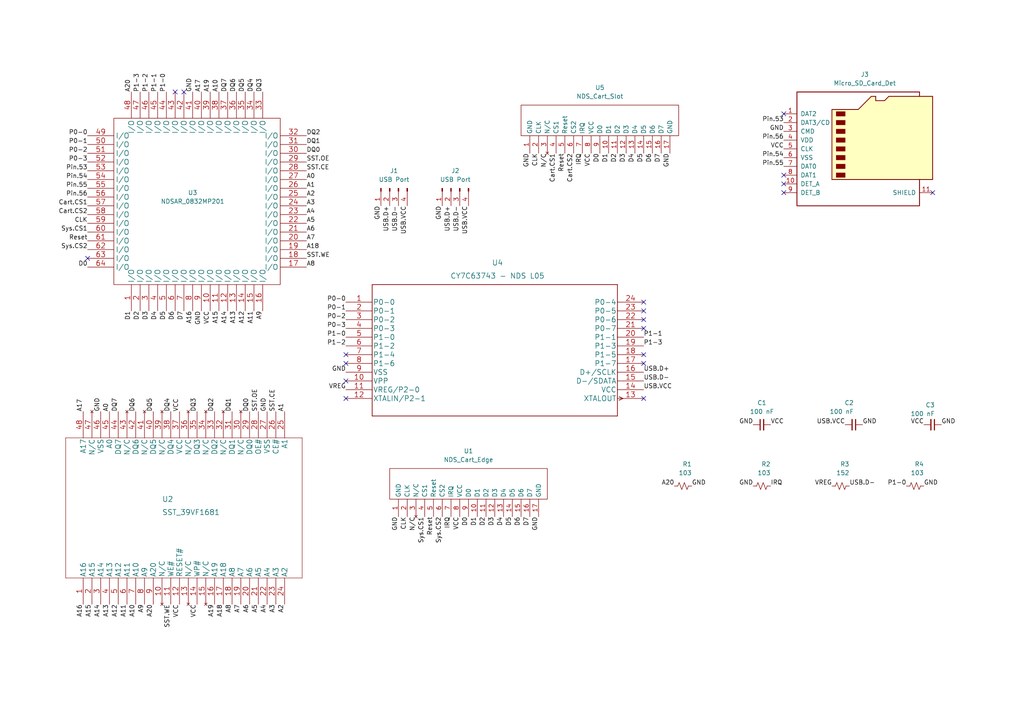
<source format=kicad_sch>
(kicad_sch (version 20211123) (generator eeschema)

  (uuid 55992e35-fe7b-468a-9b7a-1e4dc931b904)

  (paper "A4")

  (lib_symbols
    (symbol "C_Small_1" (pin_numbers hide) (pin_names (offset 0.254) hide) (in_bom yes) (on_board yes)
      (property "Reference" "C2" (id 0) (at 7.62 3.81 0)
        (effects (font (size 1.27 1.27)) (justify right))
      )
      (property "Value" "10 pF" (id 1) (at 2.54 -1.2635 0)
        (effects (font (size 1.27 1.27)) (justify right))
      )
      (property "Footprint" "" (id 2) (at 0 0 0)
        (effects (font (size 1.27 1.27)) hide)
      )
      (property "Datasheet" "~" (id 3) (at 0 0 0)
        (effects (font (size 1.27 1.27)) hide)
      )
      (property "ki_keywords" "capacitor cap" (id 4) (at 0 0 0)
        (effects (font (size 1.27 1.27)) hide)
      )
      (property "ki_description" "Unpolarized capacitor, small symbol" (id 5) (at 0 0 0)
        (effects (font (size 1.27 1.27)) hide)
      )
      (property "ki_fp_filters" "C_*" (id 6) (at 0 0 0)
        (effects (font (size 1.27 1.27)) hide)
      )
      (symbol "C_Small_1_0_1"
        (polyline
          (pts
            (xy -1.524 -0.508)
            (xy 1.524 -0.508)
          )
          (stroke (width 0.3302) (type default) (color 0 0 0 0))
          (fill (type none))
        )
        (polyline
          (pts
            (xy -1.524 0.508)
            (xy 1.524 0.508)
          )
          (stroke (width 0.3048) (type default) (color 0 0 0 0))
          (fill (type none))
        )
      )
      (symbol "C_Small_1_1_1"
        (pin passive line (at 0 -2.54 90) (length 2.032)
          (name "~" (effects (font (size 1.27 1.27))))
          (number "1" (effects (font (size 1.27 1.27))))
        )
        (pin passive line (at 0 2.54 270) (length 2.032)
          (name "~" (effects (font (size 1.27 1.27))))
          (number "2" (effects (font (size 1.27 1.27))))
        )
      )
    )
    (symbol "C_Small_2" (pin_numbers hide) (pin_names (offset 0.254) hide) (in_bom yes) (on_board yes)
      (property "Reference" "C3" (id 0) (at 2.54 1.2765 0)
        (effects (font (size 1.27 1.27)) (justify right))
      )
      (property "Value" "10 pF" (id 1) (at 2.54 -1.2635 0)
        (effects (font (size 1.27 1.27)) (justify right))
      )
      (property "Footprint" "" (id 2) (at 0 0 0)
        (effects (font (size 1.27 1.27)) hide)
      )
      (property "Datasheet" "~" (id 3) (at 0 0 0)
        (effects (font (size 1.27 1.27)) hide)
      )
      (property "ki_keywords" "capacitor cap" (id 4) (at 0 0 0)
        (effects (font (size 1.27 1.27)) hide)
      )
      (property "ki_description" "Unpolarized capacitor, small symbol" (id 5) (at 0 0 0)
        (effects (font (size 1.27 1.27)) hide)
      )
      (property "ki_fp_filters" "C_*" (id 6) (at 0 0 0)
        (effects (font (size 1.27 1.27)) hide)
      )
      (symbol "C_Small_2_0_1"
        (polyline
          (pts
            (xy -1.524 -0.508)
            (xy 1.524 -0.508)
          )
          (stroke (width 0.3302) (type default) (color 0 0 0 0))
          (fill (type none))
        )
        (polyline
          (pts
            (xy -1.524 0.508)
            (xy 1.524 0.508)
          )
          (stroke (width 0.3048) (type default) (color 0 0 0 0))
          (fill (type none))
        )
      )
      (symbol "C_Small_2_1_1"
        (pin passive line (at 0 -2.54 90) (length 2.032)
          (name "~" (effects (font (size 1.27 1.27))))
          (number "1" (effects (font (size 1.27 1.27))))
        )
        (pin passive line (at 0 2.54 270) (length 2.032)
          (name "~" (effects (font (size 1.27 1.27))))
          (number "2" (effects (font (size 1.27 1.27))))
        )
      )
    )
    (symbol "Connector:Conn_01x04_Male" (pin_names (offset 1.016) hide) (in_bom yes) (on_board yes)
      (property "Reference" "J" (id 0) (at 0 5.08 0)
        (effects (font (size 1.27 1.27)))
      )
      (property "Value" "Conn_01x04_Male" (id 1) (at 0 -7.62 0)
        (effects (font (size 1.27 1.27)))
      )
      (property "Footprint" "" (id 2) (at 0 0 0)
        (effects (font (size 1.27 1.27)) hide)
      )
      (property "Datasheet" "~" (id 3) (at 0 0 0)
        (effects (font (size 1.27 1.27)) hide)
      )
      (property "ki_keywords" "connector" (id 4) (at 0 0 0)
        (effects (font (size 1.27 1.27)) hide)
      )
      (property "ki_description" "Generic connector, single row, 01x04, script generated (kicad-library-utils/schlib/autogen/connector/)" (id 5) (at 0 0 0)
        (effects (font (size 1.27 1.27)) hide)
      )
      (property "ki_fp_filters" "Connector*:*_1x??_*" (id 6) (at 0 0 0)
        (effects (font (size 1.27 1.27)) hide)
      )
      (symbol "Conn_01x04_Male_1_1"
        (polyline
          (pts
            (xy 1.27 -5.08)
            (xy 0.8636 -5.08)
          )
          (stroke (width 0.1524) (type default) (color 0 0 0 0))
          (fill (type none))
        )
        (polyline
          (pts
            (xy 1.27 -2.54)
            (xy 0.8636 -2.54)
          )
          (stroke (width 0.1524) (type default) (color 0 0 0 0))
          (fill (type none))
        )
        (polyline
          (pts
            (xy 1.27 0)
            (xy 0.8636 0)
          )
          (stroke (width 0.1524) (type default) (color 0 0 0 0))
          (fill (type none))
        )
        (polyline
          (pts
            (xy 1.27 2.54)
            (xy 0.8636 2.54)
          )
          (stroke (width 0.1524) (type default) (color 0 0 0 0))
          (fill (type none))
        )
        (rectangle (start 0.8636 -4.953) (end 0 -5.207)
          (stroke (width 0.1524) (type default) (color 0 0 0 0))
          (fill (type outline))
        )
        (rectangle (start 0.8636 -2.413) (end 0 -2.667)
          (stroke (width 0.1524) (type default) (color 0 0 0 0))
          (fill (type outline))
        )
        (rectangle (start 0.8636 0.127) (end 0 -0.127)
          (stroke (width 0.1524) (type default) (color 0 0 0 0))
          (fill (type outline))
        )
        (rectangle (start 0.8636 2.667) (end 0 2.413)
          (stroke (width 0.1524) (type default) (color 0 0 0 0))
          (fill (type outline))
        )
        (pin passive line (at 5.08 2.54 180) (length 3.81)
          (name "Pin_1" (effects (font (size 1.27 1.27))))
          (number "1" (effects (font (size 1.27 1.27))))
        )
        (pin passive line (at 5.08 0 180) (length 3.81)
          (name "Pin_2" (effects (font (size 1.27 1.27))))
          (number "2" (effects (font (size 1.27 1.27))))
        )
        (pin passive line (at 5.08 -2.54 180) (length 3.81)
          (name "Pin_3" (effects (font (size 1.27 1.27))))
          (number "3" (effects (font (size 1.27 1.27))))
        )
        (pin passive line (at 5.08 -5.08 180) (length 3.81)
          (name "Pin_4" (effects (font (size 1.27 1.27))))
          (number "4" (effects (font (size 1.27 1.27))))
        )
      )
    )
    (symbol "Connector:Micro_SD_Card_Det" (pin_names (offset 1.016)) (in_bom yes) (on_board yes)
      (property "Reference" "J" (id 0) (at -16.51 17.78 0)
        (effects (font (size 1.27 1.27)))
      )
      (property "Value" "Micro_SD_Card_Det" (id 1) (at 16.51 17.78 0)
        (effects (font (size 1.27 1.27)) (justify right))
      )
      (property "Footprint" "" (id 2) (at 52.07 17.78 0)
        (effects (font (size 1.27 1.27)) hide)
      )
      (property "Datasheet" "https://www.hirose.com/product/en/download_file/key_name/DM3/category/Catalog/doc_file_id/49662/?file_category_id=4&item_id=195&is_series=1" (id 3) (at 0 2.54 0)
        (effects (font (size 1.27 1.27)) hide)
      )
      (property "ki_keywords" "connector SD microsd" (id 4) (at 0 0 0)
        (effects (font (size 1.27 1.27)) hide)
      )
      (property "ki_description" "Micro SD Card Socket with card detection pins" (id 5) (at 0 0 0)
        (effects (font (size 1.27 1.27)) hide)
      )
      (property "ki_fp_filters" "microSD*" (id 6) (at 0 0 0)
        (effects (font (size 1.27 1.27)) hide)
      )
      (symbol "Micro_SD_Card_Det_0_1"
        (rectangle (start -7.62 -6.985) (end -5.08 -8.255)
          (stroke (width 0) (type default) (color 0 0 0 0))
          (fill (type outline))
        )
        (rectangle (start -7.62 -4.445) (end -5.08 -5.715)
          (stroke (width 0) (type default) (color 0 0 0 0))
          (fill (type outline))
        )
        (rectangle (start -7.62 -1.905) (end -5.08 -3.175)
          (stroke (width 0) (type default) (color 0 0 0 0))
          (fill (type outline))
        )
        (rectangle (start -7.62 0.635) (end -5.08 -0.635)
          (stroke (width 0) (type default) (color 0 0 0 0))
          (fill (type outline))
        )
        (rectangle (start -7.62 3.175) (end -5.08 1.905)
          (stroke (width 0) (type default) (color 0 0 0 0))
          (fill (type outline))
        )
        (rectangle (start -7.62 5.715) (end -5.08 4.445)
          (stroke (width 0) (type default) (color 0 0 0 0))
          (fill (type outline))
        )
        (rectangle (start -7.62 8.255) (end -5.08 6.985)
          (stroke (width 0) (type default) (color 0 0 0 0))
          (fill (type outline))
        )
        (rectangle (start -7.62 10.795) (end -5.08 9.525)
          (stroke (width 0) (type default) (color 0 0 0 0))
          (fill (type outline))
        )
        (polyline
          (pts
            (xy 16.51 15.24)
            (xy 16.51 16.51)
            (xy -19.05 16.51)
            (xy -19.05 -16.51)
            (xy 16.51 -16.51)
            (xy 16.51 -8.89)
          )
          (stroke (width 0.254) (type default) (color 0 0 0 0))
          (fill (type none))
        )
        (polyline
          (pts
            (xy -8.89 -8.89)
            (xy -8.89 11.43)
            (xy -1.27 11.43)
            (xy 2.54 15.24)
            (xy 3.81 15.24)
            (xy 3.81 13.97)
            (xy 6.35 13.97)
            (xy 7.62 15.24)
            (xy 20.32 15.24)
            (xy 20.32 -8.89)
            (xy -8.89 -8.89)
          )
          (stroke (width 0.254) (type default) (color 0 0 0 0))
          (fill (type background))
        )
      )
      (symbol "Micro_SD_Card_Det_1_1"
        (pin bidirectional line (at -22.86 10.16 0) (length 3.81)
          (name "DAT2" (effects (font (size 1.27 1.27))))
          (number "1" (effects (font (size 1.27 1.27))))
        )
        (pin passive line (at -22.86 -10.16 0) (length 3.81)
          (name "DET_A" (effects (font (size 1.27 1.27))))
          (number "10" (effects (font (size 1.27 1.27))))
        )
        (pin passive line (at 20.32 -12.7 180) (length 3.81)
          (name "SHIELD" (effects (font (size 1.27 1.27))))
          (number "11" (effects (font (size 1.27 1.27))))
        )
        (pin bidirectional line (at -22.86 7.62 0) (length 3.81)
          (name "DAT3/CD" (effects (font (size 1.27 1.27))))
          (number "2" (effects (font (size 1.27 1.27))))
        )
        (pin input line (at -22.86 5.08 0) (length 3.81)
          (name "CMD" (effects (font (size 1.27 1.27))))
          (number "3" (effects (font (size 1.27 1.27))))
        )
        (pin power_in line (at -22.86 2.54 0) (length 3.81)
          (name "VDD" (effects (font (size 1.27 1.27))))
          (number "4" (effects (font (size 1.27 1.27))))
        )
        (pin input line (at -22.86 0 0) (length 3.81)
          (name "CLK" (effects (font (size 1.27 1.27))))
          (number "5" (effects (font (size 1.27 1.27))))
        )
        (pin power_in line (at -22.86 -2.54 0) (length 3.81)
          (name "VSS" (effects (font (size 1.27 1.27))))
          (number "6" (effects (font (size 1.27 1.27))))
        )
        (pin bidirectional line (at -22.86 -5.08 0) (length 3.81)
          (name "DAT0" (effects (font (size 1.27 1.27))))
          (number "7" (effects (font (size 1.27 1.27))))
        )
        (pin bidirectional line (at -22.86 -7.62 0) (length 3.81)
          (name "DAT1" (effects (font (size 1.27 1.27))))
          (number "8" (effects (font (size 1.27 1.27))))
        )
        (pin passive line (at -22.86 -12.7 0) (length 3.81)
          (name "DET_B" (effects (font (size 1.27 1.27))))
          (number "9" (effects (font (size 1.27 1.27))))
        )
      )
    )
    (symbol "DSi Action Replay:NDSAR_0832MP201" (in_bom yes) (on_board yes)
      (property "Reference" "U" (id 0) (at 0 2.54 0)
        (effects (font (size 1.27 1.27)))
      )
      (property "Value" "NDSAR_0832MP201" (id 1) (at 0 0 0)
        (effects (font (size 1.27 1.27)))
      )
      (property "Footprint" "" (id 2) (at 0 2.54 0)
        (effects (font (size 1.27 1.27)) hide)
      )
      (property "Datasheet" "" (id 3) (at 0 2.54 0)
        (effects (font (size 1.27 1.27)) hide)
      )
      (symbol "NDSAR_0832MP201_0_1"
        (rectangle (start -24.13 24.13) (end 24.13 -24.13)
          (stroke (width 0) (type default) (color 0 0 0 0))
          (fill (type none))
        )
      )
      (symbol "NDSAR_0832MP201_1_1"
        (pin bidirectional line (at -19.05 -31.75 90) (length 7.62)
          (name "I/O" (effects (font (size 1.4986 1.4986))))
          (number "1" (effects (font (size 1.4986 1.4986))))
        )
        (pin bidirectional line (at 3.81 -31.75 90) (length 7.62)
          (name "I/O" (effects (font (size 1.4986 1.4986))))
          (number "10" (effects (font (size 1.4986 1.4986))))
        )
        (pin bidirectional line (at 6.35 -31.75 90) (length 7.62)
          (name "I/O" (effects (font (size 1.4986 1.4986))))
          (number "11" (effects (font (size 1.4986 1.4986))))
        )
        (pin bidirectional line (at 8.89 -31.75 90) (length 7.62)
          (name "I/O" (effects (font (size 1.4986 1.4986))))
          (number "12" (effects (font (size 1.4986 1.4986))))
        )
        (pin bidirectional line (at 11.43 -31.75 90) (length 7.62)
          (name "I/O" (effects (font (size 1.4986 1.4986))))
          (number "13" (effects (font (size 1.4986 1.4986))))
        )
        (pin bidirectional line (at 13.97 -31.75 90) (length 7.62)
          (name "I/O" (effects (font (size 1.4986 1.4986))))
          (number "14" (effects (font (size 1.4986 1.4986))))
        )
        (pin bidirectional line (at 16.51 -31.75 90) (length 7.62)
          (name "I/O" (effects (font (size 1.4986 1.4986))))
          (number "15" (effects (font (size 1.4986 1.4986))))
        )
        (pin bidirectional line (at 19.05 -31.75 90) (length 7.62)
          (name "I/O" (effects (font (size 1.4986 1.4986))))
          (number "16" (effects (font (size 1.4986 1.4986))))
        )
        (pin bidirectional line (at 31.75 -19.05 180) (length 7.62)
          (name "I/O" (effects (font (size 1.4986 1.4986))))
          (number "17" (effects (font (size 1.4986 1.4986))))
        )
        (pin bidirectional line (at 31.75 -16.51 180) (length 7.62)
          (name "I/O" (effects (font (size 1.4986 1.4986))))
          (number "18" (effects (font (size 1.4986 1.4986))))
        )
        (pin bidirectional line (at 31.75 -13.97 180) (length 7.62)
          (name "I/O" (effects (font (size 1.4986 1.4986))))
          (number "19" (effects (font (size 1.4986 1.4986))))
        )
        (pin bidirectional line (at -16.51 -31.75 90) (length 7.62)
          (name "I/O" (effects (font (size 1.4986 1.4986))))
          (number "2" (effects (font (size 1.4986 1.4986))))
        )
        (pin bidirectional line (at 31.75 -11.43 180) (length 7.62)
          (name "I/O" (effects (font (size 1.4986 1.4986))))
          (number "20" (effects (font (size 1.4986 1.4986))))
        )
        (pin bidirectional line (at 31.75 -8.89 180) (length 7.62)
          (name "I/O" (effects (font (size 1.4986 1.4986))))
          (number "21" (effects (font (size 1.4986 1.4986))))
        )
        (pin bidirectional line (at 31.75 -6.35 180) (length 7.62)
          (name "I/O" (effects (font (size 1.4986 1.4986))))
          (number "22" (effects (font (size 1.4986 1.4986))))
        )
        (pin bidirectional line (at 31.75 -3.81 180) (length 7.62)
          (name "I/O" (effects (font (size 1.4986 1.4986))))
          (number "23" (effects (font (size 1.4986 1.4986))))
        )
        (pin bidirectional line (at 31.75 -1.27 180) (length 7.62)
          (name "I/O" (effects (font (size 1.4986 1.4986))))
          (number "24" (effects (font (size 1.4986 1.4986))))
        )
        (pin bidirectional line (at 31.75 1.27 180) (length 7.62)
          (name "I/O" (effects (font (size 1.4986 1.4986))))
          (number "25" (effects (font (size 1.4986 1.4986))))
        )
        (pin bidirectional line (at 31.75 3.81 180) (length 7.62)
          (name "I/O" (effects (font (size 1.4986 1.4986))))
          (number "26" (effects (font (size 1.4986 1.4986))))
        )
        (pin bidirectional line (at 31.75 6.35 180) (length 7.62)
          (name "I/O" (effects (font (size 1.4986 1.4986))))
          (number "27" (effects (font (size 1.4986 1.4986))))
        )
        (pin bidirectional line (at 31.75 8.89 180) (length 7.62)
          (name "I/O" (effects (font (size 1.4986 1.4986))))
          (number "28" (effects (font (size 1.4986 1.4986))))
        )
        (pin bidirectional line (at 31.75 11.43 180) (length 7.62)
          (name "I/O" (effects (font (size 1.4986 1.4986))))
          (number "29" (effects (font (size 1.4986 1.4986))))
        )
        (pin bidirectional line (at -13.97 -31.75 90) (length 7.62)
          (name "I/O" (effects (font (size 1.4986 1.4986))))
          (number "3" (effects (font (size 1.4986 1.4986))))
        )
        (pin bidirectional line (at 31.75 13.97 180) (length 7.62)
          (name "I/O" (effects (font (size 1.4986 1.4986))))
          (number "30" (effects (font (size 1.4986 1.4986))))
        )
        (pin bidirectional line (at 31.75 16.51 180) (length 7.62)
          (name "I/O" (effects (font (size 1.4986 1.4986))))
          (number "31" (effects (font (size 1.4986 1.4986))))
        )
        (pin bidirectional line (at 31.75 19.05 180) (length 7.62)
          (name "I/O" (effects (font (size 1.4986 1.4986))))
          (number "32" (effects (font (size 1.4986 1.4986))))
        )
        (pin bidirectional line (at 19.05 31.75 270) (length 7.62)
          (name "I/O" (effects (font (size 1.4986 1.4986))))
          (number "33" (effects (font (size 1.4986 1.4986))))
        )
        (pin bidirectional line (at 16.51 31.75 270) (length 7.62)
          (name "I/O" (effects (font (size 1.4986 1.4986))))
          (number "34" (effects (font (size 1.4986 1.4986))))
        )
        (pin bidirectional line (at 13.97 31.75 270) (length 7.62)
          (name "I/O" (effects (font (size 1.4986 1.4986))))
          (number "35" (effects (font (size 1.4986 1.4986))))
        )
        (pin bidirectional line (at 11.43 31.75 270) (length 7.62)
          (name "I/O" (effects (font (size 1.4986 1.4986))))
          (number "36" (effects (font (size 1.4986 1.4986))))
        )
        (pin bidirectional line (at 8.89 31.75 270) (length 7.62)
          (name "I/O" (effects (font (size 1.4986 1.4986))))
          (number "37" (effects (font (size 1.4986 1.4986))))
        )
        (pin bidirectional line (at 6.35 31.75 270) (length 7.62)
          (name "I/O" (effects (font (size 1.4986 1.4986))))
          (number "38" (effects (font (size 1.4986 1.4986))))
        )
        (pin bidirectional line (at 3.81 31.75 270) (length 7.62)
          (name "I/O" (effects (font (size 1.4986 1.4986))))
          (number "39" (effects (font (size 1.4986 1.4986))))
        )
        (pin bidirectional line (at -11.43 -31.75 90) (length 7.62)
          (name "I/O" (effects (font (size 1.4986 1.4986))))
          (number "4" (effects (font (size 1.4986 1.4986))))
        )
        (pin bidirectional line (at 1.27 31.75 270) (length 7.62)
          (name "I/O" (effects (font (size 1.4986 1.4986))))
          (number "40" (effects (font (size 1.4986 1.4986))))
        )
        (pin bidirectional line (at -1.27 31.75 270) (length 7.62)
          (name "I/O" (effects (font (size 1.4986 1.4986))))
          (number "41" (effects (font (size 1.4986 1.4986))))
        )
        (pin bidirectional line (at -3.81 31.75 270) (length 7.62)
          (name "I/O" (effects (font (size 1.4986 1.4986))))
          (number "42" (effects (font (size 1.4986 1.4986))))
        )
        (pin bidirectional line (at -6.35 31.75 270) (length 7.62)
          (name "I/O" (effects (font (size 1.4986 1.4986))))
          (number "43" (effects (font (size 1.4986 1.4986))))
        )
        (pin bidirectional line (at -8.89 31.75 270) (length 7.62)
          (name "I/O" (effects (font (size 1.4986 1.4986))))
          (number "44" (effects (font (size 1.4986 1.4986))))
        )
        (pin bidirectional line (at -11.43 31.75 270) (length 7.62)
          (name "I/O" (effects (font (size 1.4986 1.4986))))
          (number "45" (effects (font (size 1.4986 1.4986))))
        )
        (pin bidirectional line (at -13.97 31.75 270) (length 7.62)
          (name "I/O" (effects (font (size 1.4986 1.4986))))
          (number "46" (effects (font (size 1.4986 1.4986))))
        )
        (pin bidirectional line (at -16.51 31.75 270) (length 7.62)
          (name "I/O" (effects (font (size 1.4986 1.4986))))
          (number "47" (effects (font (size 1.4986 1.4986))))
        )
        (pin bidirectional line (at -19.05 31.75 270) (length 7.62)
          (name "I/O" (effects (font (size 1.4986 1.4986))))
          (number "48" (effects (font (size 1.4986 1.4986))))
        )
        (pin bidirectional line (at -31.75 19.05 0) (length 7.62)
          (name "I/O" (effects (font (size 1.4986 1.4986))))
          (number "49" (effects (font (size 1.4986 1.4986))))
        )
        (pin bidirectional line (at -8.89 -31.75 90) (length 7.62)
          (name "I/O" (effects (font (size 1.4986 1.4986))))
          (number "5" (effects (font (size 1.4986 1.4986))))
        )
        (pin bidirectional line (at -31.75 16.51 0) (length 7.62)
          (name "I/O" (effects (font (size 1.4986 1.4986))))
          (number "50" (effects (font (size 1.4986 1.4986))))
        )
        (pin bidirectional line (at -31.75 13.97 0) (length 7.62)
          (name "I/O" (effects (font (size 1.4986 1.4986))))
          (number "51" (effects (font (size 1.4986 1.4986))))
        )
        (pin bidirectional line (at -31.75 11.43 0) (length 7.62)
          (name "I/O" (effects (font (size 1.4986 1.4986))))
          (number "52" (effects (font (size 1.4986 1.4986))))
        )
        (pin bidirectional line (at -31.75 8.89 0) (length 7.62)
          (name "I/O" (effects (font (size 1.4986 1.4986))))
          (number "53" (effects (font (size 1.4986 1.4986))))
        )
        (pin bidirectional line (at -31.75 6.35 0) (length 7.62)
          (name "I/O" (effects (font (size 1.4986 1.4986))))
          (number "54" (effects (font (size 1.4986 1.4986))))
        )
        (pin bidirectional line (at -31.75 3.81 0) (length 7.62)
          (name "I/O" (effects (font (size 1.4986 1.4986))))
          (number "55" (effects (font (size 1.4986 1.4986))))
        )
        (pin bidirectional line (at -31.75 1.27 0) (length 7.62)
          (name "I/O" (effects (font (size 1.4986 1.4986))))
          (number "56" (effects (font (size 1.4986 1.4986))))
        )
        (pin bidirectional line (at -31.75 -1.27 0) (length 7.62)
          (name "I/O" (effects (font (size 1.4986 1.4986))))
          (number "57" (effects (font (size 1.4986 1.4986))))
        )
        (pin bidirectional line (at -31.75 -3.81 0) (length 7.62)
          (name "I/O" (effects (font (size 1.4986 1.4986))))
          (number "58" (effects (font (size 1.4986 1.4986))))
        )
        (pin bidirectional line (at -31.75 -6.35 0) (length 7.62)
          (name "I/O" (effects (font (size 1.4986 1.4986))))
          (number "59" (effects (font (size 1.4986 1.4986))))
        )
        (pin bidirectional line (at -6.35 -31.75 90) (length 7.62)
          (name "I/O" (effects (font (size 1.4986 1.4986))))
          (number "6" (effects (font (size 1.4986 1.4986))))
        )
        (pin bidirectional line (at -31.75 -8.89 0) (length 7.62)
          (name "I/O" (effects (font (size 1.4986 1.4986))))
          (number "60" (effects (font (size 1.4986 1.4986))))
        )
        (pin bidirectional line (at -31.75 -11.43 0) (length 7.62)
          (name "I/O" (effects (font (size 1.4986 1.4986))))
          (number "61" (effects (font (size 1.4986 1.4986))))
        )
        (pin bidirectional line (at -31.75 -13.97 0) (length 7.62)
          (name "I/O" (effects (font (size 1.4986 1.4986))))
          (number "62" (effects (font (size 1.4986 1.4986))))
        )
        (pin bidirectional line (at -31.75 -16.51 0) (length 7.62)
          (name "I/O" (effects (font (size 1.4986 1.4986))))
          (number "63" (effects (font (size 1.4986 1.4986))))
        )
        (pin bidirectional line (at -31.75 -19.05 0) (length 7.62)
          (name "I/O" (effects (font (size 1.4986 1.4986))))
          (number "64" (effects (font (size 1.4986 1.4986))))
        )
        (pin bidirectional line (at -3.81 -31.75 90) (length 7.62)
          (name "I/O" (effects (font (size 1.4986 1.4986))))
          (number "7" (effects (font (size 1.4986 1.4986))))
        )
        (pin bidirectional line (at -1.27 -31.75 90) (length 7.62)
          (name "I/O" (effects (font (size 1.4986 1.4986))))
          (number "8" (effects (font (size 1.4986 1.4986))))
        )
        (pin bidirectional line (at 1.27 -31.75 90) (length 7.62)
          (name "I/O" (effects (font (size 1.4986 1.4986))))
          (number "9" (effects (font (size 1.4986 1.4986))))
        )
      )
    )
    (symbol "DSi Action Replay:SST_39VF1681" (pin_names (offset 0.254)) (in_bom yes) (on_board yes)
      (property "Reference" "U?" (id 0) (at 27.94 11.43 0)
        (effects (font (size 1.524 1.524)))
      )
      (property "Value" "SST_39VF1681" (id 1) (at 27.94 7.62 0)
        (effects (font (size 1.524 1.524)))
      )
      (property "Footprint" "GBA:SOP50P2000X120-48N" (id 2) (at 27.94 6.096 0)
        (effects (font (size 1.524 1.524)) hide)
      )
      (property "Datasheet" "" (id 3) (at 0 0 0)
        (effects (font (size 1.524 1.524)))
      )
      (property "ki_locked" "" (id 4) (at 0 0 0)
        (effects (font (size 1.27 1.27)))
      )
      (property "ki_fp_filters" "TSOP48_EKE_SST_MCH TSOP48_EKE_SST_MCH-M TSOP48_EKE_SST_MCH-L" (id 5) (at 0 0 0)
        (effects (font (size 1.27 1.27)) hide)
      )
      (symbol "SST_39VF1681_1_1"
        (polyline
          (pts
            (xy 7.62 -63.5)
            (xy 48.26 -63.5)
          )
          (stroke (width 0.127) (type default) (color 0 0 0 0))
          (fill (type none))
        )
        (polyline
          (pts
            (xy 7.62 5.08)
            (xy 7.62 -63.5)
          )
          (stroke (width 0.127) (type default) (color 0 0 0 0))
          (fill (type none))
        )
        (polyline
          (pts
            (xy 48.26 -63.5)
            (xy 48.26 5.08)
          )
          (stroke (width 0.127) (type default) (color 0 0 0 0))
          (fill (type none))
        )
        (polyline
          (pts
            (xy 48.26 5.08)
            (xy 7.62 5.08)
          )
          (stroke (width 0.127) (type default) (color 0 0 0 0))
          (fill (type none))
        )
        (pin input line (at 0 0 0) (length 7.62)
          (name "A16" (effects (font (size 1.4986 1.4986))))
          (number "1" (effects (font (size 1.4986 1.4986))))
        )
        (pin no_connect line (at 0 -22.86 0) (length 7.62)
          (name "N/C" (effects (font (size 1.4986 1.4986))))
          (number "10" (effects (font (size 1.4986 1.4986))))
        )
        (pin input line (at 0 -25.4 0) (length 7.62)
          (name "WE#" (effects (font (size 1.4986 1.4986))))
          (number "11" (effects (font (size 1.4986 1.4986))))
        )
        (pin input line (at 0 -27.94 0) (length 7.62)
          (name "RESET#" (effects (font (size 1.4986 1.4986))))
          (number "12" (effects (font (size 1.4986 1.4986))))
        )
        (pin no_connect line (at 0 -30.48 0) (length 7.62)
          (name "N/C" (effects (font (size 1.4986 1.4986))))
          (number "13" (effects (font (size 1.4986 1.4986))))
        )
        (pin input line (at 0 -33.02 0) (length 7.62)
          (name "WP#" (effects (font (size 1.4986 1.4986))))
          (number "14" (effects (font (size 1.4986 1.4986))))
        )
        (pin no_connect line (at 0 -35.56 0) (length 7.62)
          (name "N/C" (effects (font (size 1.4986 1.4986))))
          (number "15" (effects (font (size 1.4986 1.4986))))
        )
        (pin input line (at 0 -38.1 0) (length 7.62)
          (name "A19" (effects (font (size 1.4986 1.4986))))
          (number "16" (effects (font (size 1.4986 1.4986))))
        )
        (pin input line (at 0 -40.64 0) (length 7.62)
          (name "A18" (effects (font (size 1.4986 1.4986))))
          (number "17" (effects (font (size 1.4986 1.4986))))
        )
        (pin input line (at 0 -43.18 0) (length 7.62)
          (name "A8" (effects (font (size 1.4986 1.4986))))
          (number "18" (effects (font (size 1.4986 1.4986))))
        )
        (pin input line (at 0 -45.72 0) (length 7.62)
          (name "A7" (effects (font (size 1.4986 1.4986))))
          (number "19" (effects (font (size 1.4986 1.4986))))
        )
        (pin input line (at 0 -2.54 0) (length 7.62)
          (name "A15" (effects (font (size 1.4986 1.4986))))
          (number "2" (effects (font (size 1.4986 1.4986))))
        )
        (pin input line (at 0 -48.26 0) (length 7.62)
          (name "A6" (effects (font (size 1.4986 1.4986))))
          (number "20" (effects (font (size 1.4986 1.4986))))
        )
        (pin input line (at 0 -50.8 0) (length 7.62)
          (name "A5" (effects (font (size 1.4986 1.4986))))
          (number "21" (effects (font (size 1.4986 1.4986))))
        )
        (pin input line (at 0 -53.34 0) (length 7.62)
          (name "A4" (effects (font (size 1.4986 1.4986))))
          (number "22" (effects (font (size 1.4986 1.4986))))
        )
        (pin input line (at 0 -55.88 0) (length 7.62)
          (name "A3" (effects (font (size 1.4986 1.4986))))
          (number "23" (effects (font (size 1.4986 1.4986))))
        )
        (pin input line (at 0 -58.42 0) (length 7.62)
          (name "A2" (effects (font (size 1.4986 1.4986))))
          (number "24" (effects (font (size 1.4986 1.4986))))
        )
        (pin input line (at 55.88 -58.42 180) (length 7.62)
          (name "A1" (effects (font (size 1.4986 1.4986))))
          (number "25" (effects (font (size 1.4986 1.4986))))
        )
        (pin input line (at 55.88 -55.88 180) (length 7.62)
          (name "CE#" (effects (font (size 1.4986 1.4986))))
          (number "26" (effects (font (size 1.4986 1.4986))))
        )
        (pin power_in line (at 55.88 -53.34 180) (length 7.62)
          (name "VSS" (effects (font (size 1.4986 1.4986))))
          (number "27" (effects (font (size 1.4986 1.4986))))
        )
        (pin input line (at 55.88 -50.8 180) (length 7.62)
          (name "OE#" (effects (font (size 1.4986 1.4986))))
          (number "28" (effects (font (size 1.4986 1.4986))))
        )
        (pin bidirectional line (at 55.88 -48.26 180) (length 7.62)
          (name "DQ0" (effects (font (size 1.4986 1.4986))))
          (number "29" (effects (font (size 1.4986 1.4986))))
        )
        (pin input line (at 0 -5.08 0) (length 7.62)
          (name "A14" (effects (font (size 1.4986 1.4986))))
          (number "3" (effects (font (size 1.4986 1.4986))))
        )
        (pin no_connect line (at 55.88 -45.72 180) (length 7.62)
          (name "N/C" (effects (font (size 1.4986 1.4986))))
          (number "30" (effects (font (size 1.4986 1.4986))))
        )
        (pin bidirectional line (at 55.88 -43.18 180) (length 7.62)
          (name "DQ1" (effects (font (size 1.4986 1.4986))))
          (number "31" (effects (font (size 1.4986 1.4986))))
        )
        (pin no_connect line (at 55.88 -40.64 180) (length 7.62)
          (name "N/C" (effects (font (size 1.4986 1.4986))))
          (number "32" (effects (font (size 1.4986 1.4986))))
        )
        (pin bidirectional line (at 55.88 -38.1 180) (length 7.62)
          (name "DQ2" (effects (font (size 1.4986 1.4986))))
          (number "33" (effects (font (size 1.4986 1.4986))))
        )
        (pin no_connect line (at 55.88 -35.56 180) (length 7.62)
          (name "N/C" (effects (font (size 1.4986 1.4986))))
          (number "34" (effects (font (size 1.4986 1.4986))))
        )
        (pin bidirectional line (at 55.88 -33.02 180) (length 7.62)
          (name "DQ3" (effects (font (size 1.4986 1.4986))))
          (number "35" (effects (font (size 1.4986 1.4986))))
        )
        (pin no_connect line (at 55.88 -30.48 180) (length 7.62)
          (name "N/C" (effects (font (size 1.4986 1.4986))))
          (number "36" (effects (font (size 1.4986 1.4986))))
        )
        (pin power_in line (at 55.88 -27.94 180) (length 7.62)
          (name "VCC" (effects (font (size 1.4986 1.4986))))
          (number "37" (effects (font (size 1.4986 1.4986))))
        )
        (pin bidirectional line (at 55.88 -25.4 180) (length 7.62)
          (name "DQ4" (effects (font (size 1.4986 1.4986))))
          (number "38" (effects (font (size 1.4986 1.4986))))
        )
        (pin no_connect line (at 55.88 -22.86 180) (length 7.62)
          (name "N/C" (effects (font (size 1.4986 1.4986))))
          (number "39" (effects (font (size 1.4986 1.4986))))
        )
        (pin input line (at 0 -7.62 0) (length 7.62)
          (name "A13" (effects (font (size 1.4986 1.4986))))
          (number "4" (effects (font (size 1.4986 1.4986))))
        )
        (pin bidirectional line (at 55.88 -20.32 180) (length 7.62)
          (name "DQ5" (effects (font (size 1.4986 1.4986))))
          (number "40" (effects (font (size 1.4986 1.4986))))
        )
        (pin no_connect line (at 55.88 -17.78 180) (length 7.62)
          (name "N/C" (effects (font (size 1.4986 1.4986))))
          (number "41" (effects (font (size 1.4986 1.4986))))
        )
        (pin bidirectional line (at 55.88 -15.24 180) (length 7.62)
          (name "DQ6" (effects (font (size 1.4986 1.4986))))
          (number "42" (effects (font (size 1.4986 1.4986))))
        )
        (pin no_connect line (at 55.88 -12.7 180) (length 7.62)
          (name "N/C" (effects (font (size 1.4986 1.4986))))
          (number "43" (effects (font (size 1.4986 1.4986))))
        )
        (pin bidirectional line (at 55.88 -10.16 180) (length 7.62)
          (name "DQ7" (effects (font (size 1.4986 1.4986))))
          (number "44" (effects (font (size 1.4986 1.4986))))
        )
        (pin input line (at 55.88 -7.62 180) (length 7.62)
          (name "A0" (effects (font (size 1.4986 1.4986))))
          (number "45" (effects (font (size 1.4986 1.4986))))
        )
        (pin power_in line (at 55.88 -5.08 180) (length 7.62)
          (name "VSS" (effects (font (size 1.4986 1.4986))))
          (number "46" (effects (font (size 1.4986 1.4986))))
        )
        (pin no_connect line (at 55.88 -2.54 180) (length 7.62)
          (name "N/C" (effects (font (size 1.4986 1.4986))))
          (number "47" (effects (font (size 1.4986 1.4986))))
        )
        (pin input line (at 55.88 0 180) (length 7.62)
          (name "A17" (effects (font (size 1.4986 1.4986))))
          (number "48" (effects (font (size 1.4986 1.4986))))
        )
        (pin input line (at 0 -10.16 0) (length 7.62)
          (name "A12" (effects (font (size 1.4986 1.4986))))
          (number "5" (effects (font (size 1.4986 1.4986))))
        )
        (pin input line (at 0 -12.7 0) (length 7.62)
          (name "A11" (effects (font (size 1.4986 1.4986))))
          (number "6" (effects (font (size 1.4986 1.4986))))
        )
        (pin input line (at 0 -15.24 0) (length 7.62)
          (name "A10" (effects (font (size 1.4986 1.4986))))
          (number "7" (effects (font (size 1.4986 1.4986))))
        )
        (pin input line (at 0 -17.78 0) (length 7.62)
          (name "A9" (effects (font (size 1.4986 1.4986))))
          (number "8" (effects (font (size 1.4986 1.4986))))
        )
        (pin input line (at 0 -20.32 0) (length 7.62)
          (name "A20" (effects (font (size 1.4986 1.4986))))
          (number "9" (effects (font (size 1.4986 1.4986))))
        )
      )
    )
    (symbol "Device:C_Small" (pin_numbers hide) (pin_names (offset 0.254) hide) (in_bom yes) (on_board yes)
      (property "Reference" "C" (id 0) (at 0.254 1.778 0)
        (effects (font (size 1.27 1.27)) (justify left))
      )
      (property "Value" "C_Small" (id 1) (at 0.254 -2.032 0)
        (effects (font (size 1.27 1.27)) (justify left))
      )
      (property "Footprint" "" (id 2) (at 0 0 0)
        (effects (font (size 1.27 1.27)) hide)
      )
      (property "Datasheet" "~" (id 3) (at 0 0 0)
        (effects (font (size 1.27 1.27)) hide)
      )
      (property "ki_keywords" "capacitor cap" (id 4) (at 0 0 0)
        (effects (font (size 1.27 1.27)) hide)
      )
      (property "ki_description" "Unpolarized capacitor, small symbol" (id 5) (at 0 0 0)
        (effects (font (size 1.27 1.27)) hide)
      )
      (property "ki_fp_filters" "C_*" (id 6) (at 0 0 0)
        (effects (font (size 1.27 1.27)) hide)
      )
      (symbol "C_Small_0_1"
        (polyline
          (pts
            (xy -1.524 -0.508)
            (xy 1.524 -0.508)
          )
          (stroke (width 0.3302) (type default) (color 0 0 0 0))
          (fill (type none))
        )
        (polyline
          (pts
            (xy -1.524 0.508)
            (xy 1.524 0.508)
          )
          (stroke (width 0.3048) (type default) (color 0 0 0 0))
          (fill (type none))
        )
      )
      (symbol "C_Small_1_1"
        (pin passive line (at 0 2.54 270) (length 2.032)
          (name "~" (effects (font (size 1.27 1.27))))
          (number "1" (effects (font (size 1.27 1.27))))
        )
        (pin passive line (at 0 -2.54 90) (length 2.032)
          (name "~" (effects (font (size 1.27 1.27))))
          (number "2" (effects (font (size 1.27 1.27))))
        )
      )
    )
    (symbol "Device:R_Small_US" (pin_numbers hide) (pin_names (offset 0.254) hide) (in_bom yes) (on_board yes)
      (property "Reference" "R1" (id 0) (at 2.54 1.2701 0)
        (effects (font (size 1.27 1.27)) (justify left))
      )
      (property "Value" "102" (id 1) (at 2.54 -1.2699 0)
        (effects (font (size 1.27 1.27)) (justify left))
      )
      (property "Footprint" "" (id 2) (at 0 0 0)
        (effects (font (size 1.27 1.27)) hide)
      )
      (property "Datasheet" "~" (id 3) (at 0 0 0)
        (effects (font (size 1.27 1.27)) hide)
      )
      (property "ki_keywords" "r resistor" (id 4) (at 0 0 0)
        (effects (font (size 1.27 1.27)) hide)
      )
      (property "ki_description" "Resistor, small US symbol" (id 5) (at 0 0 0)
        (effects (font (size 1.27 1.27)) hide)
      )
      (property "ki_fp_filters" "R_*" (id 6) (at 0 0 0)
        (effects (font (size 1.27 1.27)) hide)
      )
      (symbol "R_Small_US_1_1"
        (polyline
          (pts
            (xy 0 0)
            (xy 1.016 -0.381)
            (xy 0 -0.762)
            (xy -1.016 -1.143)
            (xy 0 -1.524)
          )
          (stroke (width 0) (type default) (color 0 0 0 0))
          (fill (type none))
        )
        (polyline
          (pts
            (xy 0 1.524)
            (xy 1.016 1.143)
            (xy 0 0.762)
            (xy -1.016 0.381)
            (xy 0 0)
          )
          (stroke (width 0) (type default) (color 0 0 0 0))
          (fill (type none))
        )
        (pin passive line (at 0 -2.54 90) (length 1.016)
          (name "~" (effects (font (size 1.27 1.27))))
          (number "1" (effects (font (size 1.27 1.27))))
        )
        (pin passive line (at 0 2.54 270) (length 1.016)
          (name "~" (effects (font (size 1.27 1.27))))
          (number "2" (effects (font (size 1.27 1.27))))
        )
      )
    )
    (symbol "GBA:CY7C63743-PC" (pin_names (offset 0.254)) (in_bom yes) (on_board yes)
      (property "Reference" "U" (id 0) (at 43.18 10.16 0)
        (effects (font (size 1.524 1.524)))
      )
      (property "Value" "CY7C63743-PC" (id 1) (at 43.18 7.62 0)
        (effects (font (size 1.524 1.524)))
      )
      (property "Footprint" "PDIP-24" (id 2) (at 43.18 6.096 0)
        (effects (font (size 1.524 1.524)) hide)
      )
      (property "Datasheet" "" (id 3) (at 0 0 0)
        (effects (font (size 1.524 1.524)))
      )
      (property "ki_locked" "" (id 4) (at 0 0 0)
        (effects (font (size 1.27 1.27)))
      )
      (property "ki_fp_filters" "PDIP-24" (id 5) (at 0 0 0)
        (effects (font (size 1.27 1.27)) hide)
      )
      (symbol "CY7C63743-PC_1_1"
        (polyline
          (pts
            (xy 7.62 -33.02)
            (xy 78.74 -33.02)
          )
          (stroke (width 0.2032) (type default) (color 0 0 0 0))
          (fill (type none))
        )
        (polyline
          (pts
            (xy 7.62 5.08)
            (xy 7.62 -33.02)
          )
          (stroke (width 0.2032) (type default) (color 0 0 0 0))
          (fill (type none))
        )
        (polyline
          (pts
            (xy 78.74 -33.02)
            (xy 78.74 5.08)
          )
          (stroke (width 0.2032) (type default) (color 0 0 0 0))
          (fill (type none))
        )
        (polyline
          (pts
            (xy 78.74 5.08)
            (xy 7.62 5.08)
          )
          (stroke (width 0.2032) (type default) (color 0 0 0 0))
          (fill (type none))
        )
        (polyline
          (pts
            (xy 79.248 -28.448)
            (xy 80.3148 -27.94)
          )
          (stroke (width 0.2032) (type default) (color 0 0 0 0))
          (fill (type none))
        )
        (polyline
          (pts
            (xy 79.248 -27.432)
            (xy 80.3148 -27.94)
          )
          (stroke (width 0.2032) (type default) (color 0 0 0 0))
          (fill (type none))
        )
        (pin unspecified line (at 0 0 0) (length 7.62)
          (name "P0-0" (effects (font (size 1.4986 1.4986))))
          (number "1" (effects (font (size 1.4986 1.4986))))
        )
        (pin power_in line (at 0 -22.86 0) (length 7.62)
          (name "VPP" (effects (font (size 1.4986 1.4986))))
          (number "10" (effects (font (size 1.4986 1.4986))))
        )
        (pin unspecified line (at 0 -25.4 0) (length 7.62)
          (name "VREG/P2-0" (effects (font (size 1.4986 1.4986))))
          (number "11" (effects (font (size 1.4986 1.4986))))
        )
        (pin unspecified line (at 0 -27.94 0) (length 7.62)
          (name "XTALIN/P2-1" (effects (font (size 1.4986 1.4986))))
          (number "12" (effects (font (size 1.4986 1.4986))))
        )
        (pin output line (at 86.36 -27.94 180) (length 7.62)
          (name "XTALOUT" (effects (font (size 1.4986 1.4986))))
          (number "13" (effects (font (size 1.4986 1.4986))))
        )
        (pin power_in line (at 86.36 -25.4 180) (length 7.62)
          (name "VCC" (effects (font (size 1.4986 1.4986))))
          (number "14" (effects (font (size 1.4986 1.4986))))
        )
        (pin unspecified line (at 86.36 -22.86 180) (length 7.62)
          (name "D-/SDATA" (effects (font (size 1.4986 1.4986))))
          (number "15" (effects (font (size 1.4986 1.4986))))
        )
        (pin unspecified line (at 86.36 -20.32 180) (length 7.62)
          (name "D+/SCLK" (effects (font (size 1.4986 1.4986))))
          (number "16" (effects (font (size 1.4986 1.4986))))
        )
        (pin unspecified line (at 86.36 -17.78 180) (length 7.62)
          (name "P1-7" (effects (font (size 1.4986 1.4986))))
          (number "17" (effects (font (size 1.4986 1.4986))))
        )
        (pin unspecified line (at 86.36 -15.24 180) (length 7.62)
          (name "P1-5" (effects (font (size 1.4986 1.4986))))
          (number "18" (effects (font (size 1.4986 1.4986))))
        )
        (pin unspecified line (at 86.36 -12.7 180) (length 7.62)
          (name "P1-3" (effects (font (size 1.4986 1.4986))))
          (number "19" (effects (font (size 1.4986 1.4986))))
        )
        (pin unspecified line (at 0 -2.54 0) (length 7.62)
          (name "P0-1" (effects (font (size 1.4986 1.4986))))
          (number "2" (effects (font (size 1.4986 1.4986))))
        )
        (pin unspecified line (at 86.36 -10.16 180) (length 7.62)
          (name "P1-1" (effects (font (size 1.4986 1.4986))))
          (number "20" (effects (font (size 1.4986 1.4986))))
        )
        (pin unspecified line (at 86.36 -7.62 180) (length 7.62)
          (name "P0-7" (effects (font (size 1.4986 1.4986))))
          (number "21" (effects (font (size 1.4986 1.4986))))
        )
        (pin unspecified line (at 86.36 -5.08 180) (length 7.62)
          (name "P0-6" (effects (font (size 1.4986 1.4986))))
          (number "22" (effects (font (size 1.4986 1.4986))))
        )
        (pin unspecified line (at 86.36 -2.54 180) (length 7.62)
          (name "P0-5" (effects (font (size 1.4986 1.4986))))
          (number "23" (effects (font (size 1.4986 1.4986))))
        )
        (pin unspecified line (at 86.36 0 180) (length 7.62)
          (name "P0-4" (effects (font (size 1.4986 1.4986))))
          (number "24" (effects (font (size 1.4986 1.4986))))
        )
        (pin unspecified line (at 0 -5.08 0) (length 7.62)
          (name "P0-2" (effects (font (size 1.4986 1.4986))))
          (number "3" (effects (font (size 1.4986 1.4986))))
        )
        (pin unspecified line (at 0 -7.62 0) (length 7.62)
          (name "P0-3" (effects (font (size 1.4986 1.4986))))
          (number "4" (effects (font (size 1.4986 1.4986))))
        )
        (pin unspecified line (at 0 -10.16 0) (length 7.62)
          (name "P1-0" (effects (font (size 1.4986 1.4986))))
          (number "5" (effects (font (size 1.4986 1.4986))))
        )
        (pin unspecified line (at 0 -12.7 0) (length 7.62)
          (name "P1-2" (effects (font (size 1.4986 1.4986))))
          (number "6" (effects (font (size 1.4986 1.4986))))
        )
        (pin unspecified line (at 0 -15.24 0) (length 7.62)
          (name "P1-4" (effects (font (size 1.4986 1.4986))))
          (number "7" (effects (font (size 1.4986 1.4986))))
        )
        (pin unspecified line (at 0 -17.78 0) (length 7.62)
          (name "P1-6" (effects (font (size 1.4986 1.4986))))
          (number "8" (effects (font (size 1.4986 1.4986))))
        )
        (pin power_in line (at 0 -20.32 0) (length 7.62)
          (name "VSS" (effects (font (size 1.4986 1.4986))))
          (number "9" (effects (font (size 1.4986 1.4986))))
        )
      )
    )
    (symbol "GBA:NDS_Cart_Slot" (in_bom yes) (on_board yes)
      (property "Reference" "U1" (id 0) (at 0 5.08 0)
        (effects (font (size 1.27 1.27)))
      )
      (property "Value" "NDS_Cart_Edge" (id 1) (at 0 2.54 0)
        (effects (font (size 1.27 1.27)))
      )
      (property "Footprint" "DSi Action Replay:Edge Connector" (id 2) (at 0 3.81 0)
        (effects (font (size 1.27 1.27)) hide)
      )
      (property "Datasheet" "" (id 3) (at 0 3.81 0)
        (effects (font (size 1.27 1.27)) hide)
      )
      (symbol "NDS_Cart_Slot_0_0"
        (pin power_in line (at -20.32 -13.97 90) (length 5.08)
          (name "GND" (effects (font (size 1.27 1.27))))
          (number "1" (effects (font (size 1.27 1.27))))
        )
        (pin bidirectional line (at 2.54 -13.97 90) (length 5.08)
          (name "D1" (effects (font (size 1.27 1.27))))
          (number "10" (effects (font (size 1.27 1.27))))
        )
        (pin bidirectional line (at 5.08 -13.97 90) (length 5.08)
          (name "D2" (effects (font (size 1.27 1.27))))
          (number "11" (effects (font (size 1.27 1.27))))
        )
        (pin bidirectional line (at 7.62 -13.97 90) (length 5.08)
          (name "D3" (effects (font (size 1.27 1.27))))
          (number "12" (effects (font (size 1.27 1.27))))
        )
        (pin bidirectional line (at 10.16 -13.97 90) (length 5.08)
          (name "D4" (effects (font (size 1.27 1.27))))
          (number "13" (effects (font (size 1.27 1.27))))
        )
        (pin bidirectional line (at 12.7 -13.97 90) (length 5.08)
          (name "D5" (effects (font (size 1.27 1.27))))
          (number "14" (effects (font (size 1.27 1.27))))
        )
        (pin bidirectional line (at 15.24 -13.97 90) (length 5.08)
          (name "D6" (effects (font (size 1.27 1.27))))
          (number "15" (effects (font (size 1.27 1.27))))
        )
        (pin bidirectional line (at 17.78 -13.97 90) (length 5.08)
          (name "D7" (effects (font (size 1.27 1.27))))
          (number "16" (effects (font (size 1.27 1.27))))
        )
        (pin power_in line (at 20.32 -13.97 90) (length 5.08)
          (name "GND" (effects (font (size 1.27 1.27))))
          (number "17" (effects (font (size 1.27 1.27))))
        )
        (pin input line (at -17.78 -13.97 90) (length 5.08)
          (name "CLK" (effects (font (size 1.27 1.27))))
          (number "2" (effects (font (size 1.27 1.27))))
        )
        (pin no_connect line (at -15.24 -13.97 90) (length 5.08)
          (name "N/C" (effects (font (size 1.27 1.27))))
          (number "3" (effects (font (size 1.27 1.27))))
        )
        (pin input line (at -12.7 -13.97 90) (length 5.08)
          (name "CS1" (effects (font (size 1.27 1.27))))
          (number "4" (effects (font (size 1.27 1.27))))
        )
        (pin input line (at -10.16 -13.97 90) (length 5.08)
          (name "Reset" (effects (font (size 1.27 1.27))))
          (number "5" (effects (font (size 1.27 1.27))))
        )
        (pin input line (at -7.62 -13.97 90) (length 5.08)
          (name "CS2" (effects (font (size 1.27 1.27))))
          (number "6" (effects (font (size 1.27 1.27))))
        )
        (pin input line (at -5.08 -13.97 90) (length 5.08)
          (name "IRQ" (effects (font (size 1.27 1.27))))
          (number "7" (effects (font (size 1.27 1.27))))
        )
        (pin power_in line (at -2.54 -13.97 90) (length 5.08)
          (name "VCC" (effects (font (size 1.27 1.27))))
          (number "8" (effects (font (size 1.27 1.27))))
        )
        (pin bidirectional line (at 0 -13.97 90) (length 5.08)
          (name "D0" (effects (font (size 1.27 1.27))))
          (number "9" (effects (font (size 1.27 1.27))))
        )
      )
      (symbol "NDS_Cart_Slot_0_1"
        (rectangle (start -22.86 0) (end 22.86 -8.89)
          (stroke (width 0) (type default) (color 0 0 0 0))
          (fill (type none))
        )
      )
    )
    (symbol "NDS_Cart_Slot_1" (in_bom yes) (on_board yes)
      (property "Reference" "U6" (id 0) (at 0 5.08 0)
        (effects (font (size 1.27 1.27)))
      )
      (property "Value" "NDS_Cart_Slot_1" (id 1) (at 0 2.54 0)
        (effects (font (size 1.27 1.27)))
      )
      (property "Footprint" "DSi Action Replay:DS Slot" (id 2) (at 0 3.81 0)
        (effects (font (size 1.27 1.27)) hide)
      )
      (property "Datasheet" "" (id 3) (at 0 3.81 0)
        (effects (font (size 1.27 1.27)) hide)
      )
      (symbol "NDS_Cart_Slot_1_0_0"
        (pin power_in line (at -20.32 -13.97 90) (length 5.08)
          (name "GND" (effects (font (size 1.27 1.27))))
          (number "1" (effects (font (size 1.27 1.27))))
        )
        (pin bidirectional line (at 2.54 -13.97 90) (length 5.08)
          (name "D1" (effects (font (size 1.27 1.27))))
          (number "10" (effects (font (size 1.27 1.27))))
        )
        (pin bidirectional line (at 5.08 -13.97 90) (length 5.08)
          (name "D2" (effects (font (size 1.27 1.27))))
          (number "11" (effects (font (size 1.27 1.27))))
        )
        (pin bidirectional line (at 7.62 -13.97 90) (length 5.08)
          (name "D3" (effects (font (size 1.27 1.27))))
          (number "12" (effects (font (size 1.27 1.27))))
        )
        (pin bidirectional line (at 10.16 -13.97 90) (length 5.08)
          (name "D4" (effects (font (size 1.27 1.27))))
          (number "13" (effects (font (size 1.27 1.27))))
        )
        (pin bidirectional line (at 12.7 -13.97 90) (length 5.08)
          (name "D5" (effects (font (size 1.27 1.27))))
          (number "14" (effects (font (size 1.27 1.27))))
        )
        (pin bidirectional line (at 15.24 -13.97 90) (length 5.08)
          (name "D6" (effects (font (size 1.27 1.27))))
          (number "15" (effects (font (size 1.27 1.27))))
        )
        (pin bidirectional line (at 17.78 -13.97 90) (length 5.08)
          (name "D7" (effects (font (size 1.27 1.27))))
          (number "16" (effects (font (size 1.27 1.27))))
        )
        (pin power_in line (at 20.32 -13.97 90) (length 5.08)
          (name "GND" (effects (font (size 1.27 1.27))))
          (number "17" (effects (font (size 1.27 1.27))))
        )
        (pin input line (at -17.78 -13.97 90) (length 5.08)
          (name "CLK" (effects (font (size 1.27 1.27))))
          (number "2" (effects (font (size 1.27 1.27))))
        )
        (pin no_connect line (at -15.24 -13.97 90) (length 5.08)
          (name "N/C" (effects (font (size 1.27 1.27))))
          (number "3" (effects (font (size 1.27 1.27))))
        )
        (pin input line (at -12.7 -13.97 90) (length 5.08)
          (name "CS1" (effects (font (size 1.27 1.27))))
          (number "4" (effects (font (size 1.27 1.27))))
        )
        (pin input line (at -10.16 -13.97 90) (length 5.08)
          (name "Reset" (effects (font (size 1.27 1.27))))
          (number "5" (effects (font (size 1.27 1.27))))
        )
        (pin input line (at -7.62 -13.97 90) (length 5.08)
          (name "CS2" (effects (font (size 1.27 1.27))))
          (number "6" (effects (font (size 1.27 1.27))))
        )
        (pin input line (at -5.08 -13.97 90) (length 5.08)
          (name "IRQ" (effects (font (size 1.27 1.27))))
          (number "7" (effects (font (size 1.27 1.27))))
        )
        (pin power_in line (at -2.54 -13.97 90) (length 5.08)
          (name "VCC" (effects (font (size 1.27 1.27))))
          (number "8" (effects (font (size 1.27 1.27))))
        )
        (pin bidirectional line (at 0 -13.97 90) (length 5.08)
          (name "D0" (effects (font (size 1.27 1.27))))
          (number "9" (effects (font (size 1.27 1.27))))
        )
      )
      (symbol "NDS_Cart_Slot_1_0_1"
        (rectangle (start -22.86 0) (end 22.86 -8.89)
          (stroke (width 0) (type default) (color 0 0 0 0))
          (fill (type none))
        )
      )
    )
  )


  (no_connect (at 227.33 55.88) (uuid 00f608aa-5aa8-4d40-ab68-9a647d178e17))
  (no_connect (at 100.33 110.49) (uuid 0b3898a9-70bd-4f19-b732-04187c185b95))
  (no_connect (at 186.69 115.57) (uuid 3540e612-b787-4390-adff-16668c12457a))
  (no_connect (at 186.69 102.87) (uuid 439c38b5-8a7f-4cc8-9763-68605c7f6a57))
  (no_connect (at 100.33 105.41) (uuid 4c8ceb15-a3de-4733-ba90-6095f86070cd))
  (no_connect (at 53.34 26.67) (uuid 5aa67975-598b-4e64-9519-ca7170a42a29))
  (no_connect (at 227.33 33.02) (uuid 5c7cc321-d131-4c20-9bc3-0667b23e2699))
  (no_connect (at 25.4 74.93) (uuid 6671e929-caea-4787-8657-017539d13256))
  (no_connect (at 186.69 105.41) (uuid 7bc5c90a-9734-494a-8b17-aa18df49c78e))
  (no_connect (at 227.33 53.34) (uuid 8e5420d1-426e-4059-85d4-0aa34588ee70))
  (no_connect (at 227.33 50.8) (uuid 9821f050-e8f9-4e1c-bd08-35e9c5b2a03c))
  (no_connect (at 186.69 92.71) (uuid a0207cb9-0446-4d82-9e54-65427df63bb3))
  (no_connect (at 50.8 26.67) (uuid a77ee57e-4903-4714-a6c3-22f86983e65d))
  (no_connect (at 186.69 87.63) (uuid b6c9ad17-ba67-477a-8844-9f1715ea9b9c))
  (no_connect (at 100.33 102.87) (uuid c1977e1d-35e0-49e6-b2e3-44b1d442f657))
  (no_connect (at 186.69 95.25) (uuid c896f6ee-9a1c-4032-ab00-fc419d4222d0))
  (no_connect (at 186.69 90.17) (uuid cd753b2a-e49c-45b7-ac48-89aa196cb6f7))
  (no_connect (at 270.51 55.88) (uuid cf04c511-7b23-4907-bb67-dddbad90c4bd))
  (no_connect (at 100.33 115.57) (uuid e997219b-8dfd-49ab-a539-cdefe4c7ef70))

  (label "USB.VCC" (at 245.11 123.19 180)
    (effects (font (size 1.27 1.27)) (justify right bottom))
    (uuid 007e472a-3a24-42d2-a309-22745d40dc76)
  )
  (label "USB.D-" (at 133.35 59.69 270)
    (effects (font (size 1.27 1.27)) (justify right bottom))
    (uuid 01caafb3-af8a-4642-870c-c290b286d040)
  )
  (label "DQ7" (at 66.04 26.67 90)
    (effects (font (size 1.27 1.27)) (justify left bottom))
    (uuid 01fe7f6a-b573-41ae-9d31-ee36ae008045)
  )
  (label "D3" (at 43.18 90.17 270)
    (effects (font (size 1.27 1.27)) (justify right bottom))
    (uuid 02a2b707-21dd-4abb-a447-8e90d6cd3cdc)
  )
  (label "A17" (at 58.42 26.67 90)
    (effects (font (size 1.27 1.27)) (justify left bottom))
    (uuid 03ff1df7-0bfe-4884-8db5-2d2a63e40a22)
  )
  (label "USB.VCC" (at 118.11 59.69 270)
    (effects (font (size 1.27 1.27)) (justify right bottom))
    (uuid 0648b195-3f37-49a2-a952-4c5886b521de)
  )
  (label "SST.WE" (at 88.9 74.93 0)
    (effects (font (size 1.27 1.27)) (justify left bottom))
    (uuid 0ba3728f-61c6-4eac-8a7d-c063d287d0ae)
  )
  (label "VCC" (at 60.96 90.17 270)
    (effects (font (size 1.27 1.27)) (justify right bottom))
    (uuid 103aac86-6208-4971-a860-91bce2a602e7)
  )
  (label "P1-0" (at 48.26 26.67 90)
    (effects (font (size 1.27 1.27)) (justify left bottom))
    (uuid 1240ce2c-9761-4f2a-8719-8f8c11ba7709)
  )
  (label "D3" (at 181.61 44.45 270)
    (effects (font (size 1.27 1.27)) (justify right bottom))
    (uuid 128cfb34-809d-4606-bf29-7ab91f99e879)
  )
  (label "Cart.CS2" (at 166.37 44.45 270)
    (effects (font (size 1.27 1.27)) (justify right bottom))
    (uuid 18eef4d3-c3b1-4511-89f0-f3ca5fbf521d)
  )
  (label "A12" (at 71.12 90.17 270)
    (effects (font (size 1.27 1.27)) (justify right bottom))
    (uuid 19347beb-79bc-4d89-86f4-aa17efb41b65)
  )
  (label "A11" (at 73.66 90.17 270)
    (effects (font (size 1.27 1.27)) (justify right bottom))
    (uuid 19972c55-839e-417c-8cfb-e97f317d8a12)
  )
  (label "GND" (at 218.44 123.19 180)
    (effects (font (size 1.27 1.27)) (justify right bottom))
    (uuid 19e2325c-b1d7-4f4d-8def-a12769ca83c7)
  )
  (label "DQ0" (at 72.39 119.38 90)
    (effects (font (size 1.27 1.27)) (justify left bottom))
    (uuid 1b471f6e-7c17-48df-adbb-e0ea54c3269a)
  )
  (label "A0" (at 88.9 52.07 0)
    (effects (font (size 1.27 1.27)) (justify left bottom))
    (uuid 1d6e049d-efdf-4836-9a7d-ade70902f345)
  )
  (label "D1" (at 38.1 90.17 270)
    (effects (font (size 1.27 1.27)) (justify right bottom))
    (uuid 20aa0e12-c245-4917-b9ae-916d8857f561)
  )
  (label "Pin.54" (at 25.4 52.07 180)
    (effects (font (size 1.27 1.27)) (justify right bottom))
    (uuid 222a1fa1-499b-4831-8e70-0d23705879a5)
  )
  (label "VCC" (at 171.45 44.45 270)
    (effects (font (size 1.27 1.27)) (justify right bottom))
    (uuid 22591446-6d82-47ac-b525-9e9deb496c8c)
  )
  (label "SST.CE" (at 88.9 49.53 0)
    (effects (font (size 1.27 1.27)) (justify left bottom))
    (uuid 233010b8-2fe4-4305-940c-a88ee076779e)
  )
  (label "DQ2" (at 88.9 39.37 0)
    (effects (font (size 1.27 1.27)) (justify left bottom))
    (uuid 25615e35-efed-4775-9dce-521d4ca9c862)
  )
  (label "GND" (at 250.19 123.19 0)
    (effects (font (size 1.27 1.27)) (justify left bottom))
    (uuid 25d3bea7-504a-45b3-b693-05598ddada2c)
  )
  (label "P1-0" (at 100.33 97.79 180)
    (effects (font (size 1.27 1.27)) (justify right bottom))
    (uuid 295662db-d2f1-4e06-aa05-27e558cf9910)
  )
  (label "P1-0" (at 262.89 140.97 180)
    (effects (font (size 1.27 1.27)) (justify right bottom))
    (uuid 2a51a618-ab23-48d0-84bd-f1d3c1eadd31)
  )
  (label "GND" (at 110.49 59.69 270)
    (effects (font (size 1.27 1.27)) (justify right bottom))
    (uuid 2ca148b4-658e-4a63-ab5c-2e293c8a2284)
  )
  (label "VCC" (at 57.15 175.26 270)
    (effects (font (size 1.27 1.27)) (justify right bottom))
    (uuid 2e04fd48-a8be-429c-a32e-23848a09ace3)
  )
  (label "DQ7" (at 34.29 119.38 90)
    (effects (font (size 1.27 1.27)) (justify left bottom))
    (uuid 2e2e4f55-2c0e-40ff-8087-16bfa4ea809a)
  )
  (label "Reset" (at 25.4 69.85 180)
    (effects (font (size 1.27 1.27)) (justify right bottom))
    (uuid 30bd9939-5c19-4598-aed3-d323dfcdd6d2)
  )
  (label "USB.D+" (at 130.81 59.69 270)
    (effects (font (size 1.27 1.27)) (justify right bottom))
    (uuid 33b6dbe8-d555-4f35-a63c-27c75fa09ca7)
  )
  (label "A6" (at 88.9 67.31 0)
    (effects (font (size 1.27 1.27)) (justify left bottom))
    (uuid 34a35897-b64b-4c4e-a95d-49b6f5a9cce0)
  )
  (label "Cart.CS1" (at 25.4 59.69 180)
    (effects (font (size 1.27 1.27)) (justify right bottom))
    (uuid 359f4e4d-c2fd-47dd-9e62-6d03fca83b2d)
  )
  (label "SST.OE" (at 88.9 46.99 0)
    (effects (font (size 1.27 1.27)) (justify left bottom))
    (uuid 35e4c65b-b74e-4039-8ee9-7989ca8972ec)
  )
  (label "DQ1" (at 88.9 41.91 0)
    (effects (font (size 1.27 1.27)) (justify left bottom))
    (uuid 35ea6636-b387-47b3-b9d1-c6def7c9e281)
  )
  (label "VCC" (at 133.35 149.86 270)
    (effects (font (size 1.27 1.27)) (justify right bottom))
    (uuid 3662e68b-207e-47a3-930c-038dfd8202b6)
  )
  (label "A11" (at 36.83 175.26 270)
    (effects (font (size 1.27 1.27)) (justify right bottom))
    (uuid 392dc1cb-419c-4fb6-bc4e-47f7339f902d)
  )
  (label "Reset" (at 163.83 44.45 270)
    (effects (font (size 1.27 1.27)) (justify right bottom))
    (uuid 39973ed1-93a9-479b-9dbb-e2dc445cd110)
  )
  (label "A4" (at 88.9 62.23 0)
    (effects (font (size 1.27 1.27)) (justify left bottom))
    (uuid 399b17d6-7fdd-4794-8b05-bd335c55b38a)
  )
  (label "D4" (at 184.15 44.45 270)
    (effects (font (size 1.27 1.27)) (justify right bottom))
    (uuid 3a5e9d83-8605-4e38-a4d6-7131b7911750)
  )
  (label "P0-2" (at 100.33 92.71 180)
    (effects (font (size 1.27 1.27)) (justify right bottom))
    (uuid 3b805ec8-acbe-4742-8415-e5180c8ee7cb)
  )
  (label "Pin.56" (at 25.4 57.15 180)
    (effects (font (size 1.27 1.27)) (justify right bottom))
    (uuid 3bc28b90-943e-453f-a457-494d32d99379)
  )
  (label "A19" (at 60.96 26.67 90)
    (effects (font (size 1.27 1.27)) (justify left bottom))
    (uuid 3dc41d63-29f6-46df-980d-ddc3b045fd06)
  )
  (label "A17" (at 24.13 119.38 90)
    (effects (font (size 1.27 1.27)) (justify left bottom))
    (uuid 3f73be3e-3185-4f48-aa6f-c982d55f8116)
  )
  (label "D7" (at 191.77 44.45 270)
    (effects (font (size 1.27 1.27)) (justify right bottom))
    (uuid 411f21c0-dcce-4bff-ac0e-7c5571730a65)
  )
  (label "D4" (at 45.72 90.17 270)
    (effects (font (size 1.27 1.27)) (justify right bottom))
    (uuid 418335a8-824d-4368-aeb5-9e7c5d96339c)
  )
  (label "A3" (at 88.9 59.69 0)
    (effects (font (size 1.27 1.27)) (justify left bottom))
    (uuid 423d017a-1983-43d5-941d-d3d69d945638)
  )
  (label "Pin.56" (at 227.33 40.64 180)
    (effects (font (size 1.27 1.27)) (justify right bottom))
    (uuid 465585e7-f3c6-4d16-9957-03f6b28747fd)
  )
  (label "A6" (at 72.39 175.26 270)
    (effects (font (size 1.27 1.27)) (justify right bottom))
    (uuid 47101a92-bfa3-4d50-8dbf-4b784aec7581)
  )
  (label "GND" (at 115.57 149.86 270)
    (effects (font (size 1.27 1.27)) (justify right bottom))
    (uuid 471f517c-6d52-459f-9d7a-aedf176fc9e0)
  )
  (label "SST.OE" (at 74.93 119.38 90)
    (effects (font (size 1.27 1.27)) (justify left bottom))
    (uuid 488235c6-d968-4b47-b658-fe364da3f141)
  )
  (label "A10" (at 63.5 26.67 90)
    (effects (font (size 1.27 1.27)) (justify left bottom))
    (uuid 4c82ea67-9b81-454a-b60f-89d1e189499c)
  )
  (label "P1-1" (at 186.69 97.79 0)
    (effects (font (size 1.27 1.27)) (justify left bottom))
    (uuid 4d1aa6ef-de3b-42bb-8800-07479e2db3b7)
  )
  (label "P1-3" (at 40.64 26.67 90)
    (effects (font (size 1.27 1.27)) (justify left bottom))
    (uuid 4db15602-fcfa-4084-9c23-eecfe08676de)
  )
  (label "DQ2" (at 62.23 119.38 90)
    (effects (font (size 1.27 1.27)) (justify left bottom))
    (uuid 4ddb40aa-e80f-4baf-92c7-dbc4e84e878b)
  )
  (label "D7" (at 153.67 149.86 270)
    (effects (font (size 1.27 1.27)) (justify right bottom))
    (uuid 50cd7dd2-4ee6-4ead-a8d7-6798eb55f8db)
  )
  (label "SST.WE" (at 49.53 175.26 270)
    (effects (font (size 1.27 1.27)) (justify right bottom))
    (uuid 547aaa3b-6931-4134-8ece-6e3a491bcd5f)
  )
  (label "D4" (at 146.05 149.86 270)
    (effects (font (size 1.27 1.27)) (justify right bottom))
    (uuid 56801e6d-c4ab-4f7b-8289-2119a52fa227)
  )
  (label "Reset" (at 125.73 149.86 270)
    (effects (font (size 1.27 1.27)) (justify right bottom))
    (uuid 58c4b7f1-3bfe-4269-af43-3ce726a108d9)
  )
  (label "A16" (at 55.88 90.17 270)
    (effects (font (size 1.27 1.27)) (justify right bottom))
    (uuid 59290657-85e1-4eca-b282-8fe8ddd2eb20)
  )
  (label "Sys.CS2" (at 128.27 149.86 270)
    (effects (font (size 1.27 1.27)) (justify right bottom))
    (uuid 5a29cdb1-72f4-490b-b940-70ed3bd8dac4)
  )
  (label "GND" (at 227.33 38.1 180)
    (effects (font (size 1.27 1.27)) (justify right bottom))
    (uuid 5c87f129-c9e5-4fe4-ac72-d95b844dde42)
  )
  (label "CLK" (at 118.11 149.86 270)
    (effects (font (size 1.27 1.27)) (justify right bottom))
    (uuid 5d00cbc9-46cb-472e-b705-59da8e971192)
  )
  (label "A1" (at 88.9 54.61 0)
    (effects (font (size 1.27 1.27)) (justify left bottom))
    (uuid 5f8dbfca-a75a-4e16-b303-302a99831cd2)
  )
  (label "DQ5" (at 44.45 119.38 90)
    (effects (font (size 1.27 1.27)) (justify left bottom))
    (uuid 6007d463-fe02-4e02-8981-fe5f5da8d295)
  )
  (label "A15" (at 26.67 175.26 270)
    (effects (font (size 1.27 1.27)) (justify right bottom))
    (uuid 6181bffa-d1d3-4aa8-ba54-b33f11073e1c)
  )
  (label "A9" (at 76.2 90.17 270)
    (effects (font (size 1.27 1.27)) (justify right bottom))
    (uuid 62c2616d-cc51-44d5-935b-d85e9c9cdd8c)
  )
  (label "D5" (at 186.69 44.45 270)
    (effects (font (size 1.27 1.27)) (justify right bottom))
    (uuid 62ed984b-c070-4de1-bd86-30aeb09fb9cd)
  )
  (label "GND" (at 153.67 44.45 270)
    (effects (font (size 1.27 1.27)) (justify right bottom))
    (uuid 636332c5-387a-4243-bc33-7882b1adfdac)
  )
  (label "A2" (at 88.9 57.15 0)
    (effects (font (size 1.27 1.27)) (justify left bottom))
    (uuid 65222a6a-3386-4bd5-ab28-1eaf0f543bed)
  )
  (label "A19" (at 62.23 175.26 270)
    (effects (font (size 1.27 1.27)) (justify right bottom))
    (uuid 66729428-5c8f-4cf0-b2d1-0ed679244f00)
  )
  (label "D0" (at 173.99 44.45 270)
    (effects (font (size 1.27 1.27)) (justify right bottom))
    (uuid 6a3aff19-5e5c-466c-80b5-82ab994aaee1)
  )
  (label "DQ5" (at 71.12 26.67 90)
    (effects (font (size 1.27 1.27)) (justify left bottom))
    (uuid 6cc32948-a5cd-4ddb-88f9-7f5b5fd600cd)
  )
  (label "A1" (at 82.55 119.38 90)
    (effects (font (size 1.27 1.27)) (justify left bottom))
    (uuid 6ef73e13-b90f-4dc4-ae3c-6dd1d621f011)
  )
  (label "A8" (at 67.31 175.26 270)
    (effects (font (size 1.27 1.27)) (justify right bottom))
    (uuid 6fb766f0-74fd-4832-b7cd-b645870e4750)
  )
  (label "DQ6" (at 68.58 26.67 90)
    (effects (font (size 1.27 1.27)) (justify left bottom))
    (uuid 73f161a1-655f-4757-b771-8b3973d98422)
  )
  (label "GND" (at 128.27 59.69 270)
    (effects (font (size 1.27 1.27)) (justify right bottom))
    (uuid 73fd78b9-9aa5-40d0-adab-1e5886c90dd7)
  )
  (label "USB.VCC" (at 135.89 59.69 270)
    (effects (font (size 1.27 1.27)) (justify right bottom))
    (uuid 74d2d2c1-d0d5-412f-ab06-bb67df0a3900)
  )
  (label "P0-3" (at 100.33 95.25 180)
    (effects (font (size 1.27 1.27)) (justify right bottom))
    (uuid 76d22680-dd5d-4735-925e-4d9f1f95a3be)
  )
  (label "D6" (at 50.8 90.17 270)
    (effects (font (size 1.27 1.27)) (justify right bottom))
    (uuid 783eb83c-e8df-400f-9bc9-268d7dd04058)
  )
  (label "P0-1" (at 25.4 41.91 180)
    (effects (font (size 1.27 1.27)) (justify right bottom))
    (uuid 79924d9f-1004-49c0-b6ec-830bfae54987)
  )
  (label "USB.VCC" (at 186.69 113.03 0)
    (effects (font (size 1.27 1.27)) (justify left bottom))
    (uuid 79bfeb89-896b-46c4-a463-aff07197ead7)
  )
  (label "A16" (at 24.13 175.26 270)
    (effects (font (size 1.27 1.27)) (justify right bottom))
    (uuid 7aeed495-81f8-4b75-99eb-d8e618661a40)
  )
  (label "DQ4" (at 73.66 26.67 90)
    (effects (font (size 1.27 1.27)) (justify left bottom))
    (uuid 805936e0-a78e-476e-8db9-12927205770c)
  )
  (label "USB.D-" (at 186.69 110.49 0)
    (effects (font (size 1.27 1.27)) (justify left bottom))
    (uuid 805fef2c-120a-492e-b401-e32e7250fe2d)
  )
  (label "A0" (at 31.75 119.38 90)
    (effects (font (size 1.27 1.27)) (justify left bottom))
    (uuid 80a1d0cf-488b-4712-babe-8467981bc044)
  )
  (label "A20" (at 38.1 26.67 90)
    (effects (font (size 1.27 1.27)) (justify left bottom))
    (uuid 83f622e1-934a-4f7e-be4f-69540c21c4be)
  )
  (label "D0" (at 25.4 77.47 180)
    (effects (font (size 1.27 1.27)) (justify right bottom))
    (uuid 84a4a128-9368-405e-ba50-af5d3ed4a638)
  )
  (label "P0-0" (at 25.4 39.37 180)
    (effects (font (size 1.27 1.27)) (justify right bottom))
    (uuid 85d77067-4d35-4156-9e72-db521f1a9f80)
  )
  (label "VREG" (at 241.3 140.97 180)
    (effects (font (size 1.27 1.27)) (justify right bottom))
    (uuid 86c655d1-9c3d-42bb-8433-540cb773d0d4)
  )
  (label "SST.CE" (at 80.01 119.38 90)
    (effects (font (size 1.27 1.27)) (justify left bottom))
    (uuid 882a7990-4928-4683-93d7-fe68c77dc75c)
  )
  (label "A9" (at 41.91 175.26 270)
    (effects (font (size 1.27 1.27)) (justify right bottom))
    (uuid 8a3d7255-de55-4e62-b4d8-195cb079bcf2)
  )
  (label "A7" (at 69.85 175.26 270)
    (effects (font (size 1.27 1.27)) (justify right bottom))
    (uuid 8b51fb73-a813-42ba-9e47-c41d59baa5a2)
  )
  (label "DQ0" (at 88.9 44.45 0)
    (effects (font (size 1.27 1.27)) (justify left bottom))
    (uuid 8b589368-d52b-46ea-a6c7-4e3729c5b3b6)
  )
  (label "Pin.55" (at 25.4 54.61 180)
    (effects (font (size 1.27 1.27)) (justify right bottom))
    (uuid 8bfc2d09-b935-4507-82f3-87b9544f7dd7)
  )
  (label "A14" (at 66.04 90.17 270)
    (effects (font (size 1.27 1.27)) (justify right bottom))
    (uuid 8ceee0e4-f837-4332-84c6-b893be6afa78)
  )
  (label "D0" (at 135.89 149.86 270)
    (effects (font (size 1.27 1.27)) (justify right bottom))
    (uuid 8dcf91a3-1716-406f-975d-a5e4d347a64c)
  )
  (label "P1-1" (at 45.72 26.67 90)
    (effects (font (size 1.27 1.27)) (justify left bottom))
    (uuid 8f032b52-df2d-4c69-952b-c707cc1cf0c1)
  )
  (label "D1" (at 138.43 149.86 270)
    (effects (font (size 1.27 1.27)) (justify right bottom))
    (uuid 8f2a6709-854c-4caf-959b-d289d2962128)
  )
  (label "N{slash}C" (at 158.75 44.45 270)
    (effects (font (size 1.27 1.27)) (justify right bottom))
    (uuid 90f1070b-d0d3-4d94-9527-f4c1c7006642)
  )
  (label "A13" (at 68.58 90.17 270)
    (effects (font (size 1.27 1.27)) (justify right bottom))
    (uuid 92dd30d5-0196-4f4e-b63c-99f6256ae320)
  )
  (label "USB.D+" (at 113.03 59.69 270)
    (effects (font (size 1.27 1.27)) (justify right bottom))
    (uuid 95376300-f16d-43b2-b149-df8f49eb2782)
  )
  (label "VCC" (at 52.07 119.38 90)
    (effects (font (size 1.27 1.27)) (justify left bottom))
    (uuid 972bf3a9-2bcd-4f86-9364-448104b59fa1)
  )
  (label "USB.D-" (at 115.57 59.69 270)
    (effects (font (size 1.27 1.27)) (justify right bottom))
    (uuid 9a88d63d-f7e5-416d-9807-a8e942aef287)
  )
  (label "D7" (at 53.34 90.17 270)
    (effects (font (size 1.27 1.27)) (justify right bottom))
    (uuid 9b6e458a-6d5a-4a2e-9083-9f002ab84e4a)
  )
  (label "GND" (at 58.42 90.17 270)
    (effects (font (size 1.27 1.27)) (justify right bottom))
    (uuid 9c36e5c7-6e8c-483d-af37-4d99d19ee615)
  )
  (label "GND" (at 77.47 119.38 90)
    (effects (font (size 1.27 1.27)) (justify left bottom))
    (uuid 9d814a1f-2093-4e0d-b613-0d818cf486e3)
  )
  (label "A12" (at 34.29 175.26 270)
    (effects (font (size 1.27 1.27)) (justify right bottom))
    (uuid 9f92317d-89a9-4d1a-bed1-f7903b697d9f)
  )
  (label "D2" (at 140.97 149.86 270)
    (effects (font (size 1.27 1.27)) (justify right bottom))
    (uuid a067890f-6be8-49e9-b75d-ff2c32452685)
  )
  (label "A15" (at 63.5 90.17 270)
    (effects (font (size 1.27 1.27)) (justify right bottom))
    (uuid a1f3df5b-0554-4487-8490-5f0d46d53cbd)
  )
  (label "GND" (at 100.33 107.95 180)
    (effects (font (size 1.27 1.27)) (justify right bottom))
    (uuid a22b1a25-44f6-4fed-9633-01957055ce3c)
  )
  (label "GND" (at 55.88 26.67 90)
    (effects (font (size 1.27 1.27)) (justify left bottom))
    (uuid a61d2f10-24a3-464b-9ba5-20b8d294d0ed)
  )
  (label "VCC" (at 52.07 175.26 270)
    (effects (font (size 1.27 1.27)) (justify right bottom))
    (uuid a74b5bf1-5a6a-44f4-902b-2214c30208c9)
  )
  (label "IRQ" (at 130.81 149.86 270)
    (effects (font (size 1.27 1.27)) (justify right bottom))
    (uuid a8b5a69a-24fc-4f3a-af15-1ced0fb0d73b)
  )
  (label "D3" (at 143.51 149.86 270)
    (effects (font (size 1.27 1.27)) (justify right bottom))
    (uuid a8ed9f4d-0385-4ec2-831d-b6c7165c148a)
  )
  (label "Cart.CS1" (at 161.29 44.45 270)
    (effects (font (size 1.27 1.27)) (justify right bottom))
    (uuid a95b6208-cd25-486f-8a35-f7d7b1426174)
  )
  (label "A8" (at 88.9 77.47 0)
    (effects (font (size 1.27 1.27)) (justify left bottom))
    (uuid abf497cf-e0f2-4031-878c-3dee3a57d60b)
  )
  (label "P0-3" (at 25.4 46.99 180)
    (effects (font (size 1.27 1.27)) (justify right bottom))
    (uuid ae60afe5-18ba-43de-94bc-1feef228996c)
  )
  (label "P1-2" (at 43.18 26.67 90)
    (effects (font (size 1.27 1.27)) (justify left bottom))
    (uuid b014fec8-aed1-462c-9ec5-28c0e8fd6fd8)
  )
  (label "P0-1" (at 100.33 90.17 180)
    (effects (font (size 1.27 1.27)) (justify right bottom))
    (uuid b066d809-6703-4e13-bd43-36e3fcd47096)
  )
  (label "A20" (at 44.45 175.26 270)
    (effects (font (size 1.27 1.27)) (justify right bottom))
    (uuid b8054523-278b-49b7-8e05-e40f4e1c955a)
  )
  (label "Sys.CS1" (at 123.19 149.86 270)
    (effects (font (size 1.27 1.27)) (justify right bottom))
    (uuid b830f01d-0d9c-451a-9ac4-3e5744deb516)
  )
  (label "Sys.CS2" (at 25.4 72.39 180)
    (effects (font (size 1.27 1.27)) (justify right bottom))
    (uuid b9afdf5d-0f0e-4698-b720-f6b83e6cd2db)
  )
  (label "VCC" (at 223.52 123.19 0)
    (effects (font (size 1.27 1.27)) (justify left bottom))
    (uuid baa8e28e-8b91-4881-84a4-106647389c4d)
  )
  (label "N{slash}C" (at 120.65 149.86 270)
    (effects (font (size 1.27 1.27)) (justify right bottom))
    (uuid bc007755-47dc-4b01-a9a3-8f34e8741895)
  )
  (label "DQ1" (at 67.31 119.38 90)
    (effects (font (size 1.27 1.27)) (justify left bottom))
    (uuid bcf8440a-9567-4bb4-a25f-623791512590)
  )
  (label "GND" (at 29.21 119.38 90)
    (effects (font (size 1.27 1.27)) (justify left bottom))
    (uuid bd4cde54-0b32-4905-8eaf-c53bdd564dcf)
  )
  (label "VREG" (at 100.33 113.03 180)
    (effects (font (size 1.27 1.27)) (justify right bottom))
    (uuid bd88b56c-8837-4b86-b3e5-fff180c35f34)
  )
  (label "IRQ" (at 168.91 44.45 270)
    (effects (font (size 1.27 1.27)) (justify right bottom))
    (uuid c1fbee58-f474-4414-9110-64abd03ed7c9)
  )
  (label "CLK" (at 25.4 64.77 180)
    (effects (font (size 1.27 1.27)) (justify right bottom))
    (uuid c23e488a-4b4b-466e-afd3-089f97e103b2)
  )
  (label "VCC" (at 227.33 43.18 180)
    (effects (font (size 1.27 1.27)) (justify right bottom))
    (uuid c8b1fd27-5947-49e1-9d1f-4eeff786c289)
  )
  (label "D6" (at 189.23 44.45 270)
    (effects (font (size 1.27 1.27)) (justify right bottom))
    (uuid cbb6579a-72cf-4504-9bef-bb32135a4790)
  )
  (label "A18" (at 64.77 175.26 270)
    (effects (font (size 1.27 1.27)) (justify right bottom))
    (uuid cc80f5d6-3558-49ce-a452-a035e920116f)
  )
  (label "IRQ" (at 223.52 140.97 0)
    (effects (font (size 1.27 1.27)) (justify left bottom))
    (uuid cd33578d-ad95-4b9e-b07d-6fa8dcab4bf0)
  )
  (label "D5" (at 148.59 149.86 270)
    (effects (font (size 1.27 1.27)) (justify right bottom))
    (uuid cf06bbbc-3fa0-42b7-9a99-642ec3689891)
  )
  (label "GND" (at 194.31 44.45 270)
    (effects (font (size 1.27 1.27)) (justify right bottom))
    (uuid d0292983-0ab9-4b24-b3bd-f154f790c7ec)
  )
  (label "D2" (at 40.64 90.17 270)
    (effects (font (size 1.27 1.27)) (justify right bottom))
    (uuid d0adb62d-2e4b-49d1-85f9-c648a9616602)
  )
  (label "Sys.CS1" (at 25.4 67.31 180)
    (effects (font (size 1.27 1.27)) (justify right bottom))
    (uuid d1ff8c88-b7fa-4301-b9d7-f5dac9c04d8f)
  )
  (label "Pin.55" (at 227.33 48.26 180)
    (effects (font (size 1.27 1.27)) (justify right bottom))
    (uuid d4306f87-5a75-4567-9b0b-1d02d2e439b8)
  )
  (label "P0-2" (at 25.4 44.45 180)
    (effects (font (size 1.27 1.27)) (justify right bottom))
    (uuid d461feff-bd5f-494c-8b84-0037d9c68755)
  )
  (label "D2" (at 179.07 44.45 270)
    (effects (font (size 1.27 1.27)) (justify right bottom))
    (uuid d54fce64-01e8-4f5c-8f34-4e64d47e3402)
  )
  (label "A14" (at 29.21 175.26 270)
    (effects (font (size 1.27 1.27)) (justify right bottom))
    (uuid d679ba8b-24d0-4bee-87e3-0c9edb465eb9)
  )
  (label "A4" (at 77.47 175.26 270)
    (effects (font (size 1.27 1.27)) (justify right bottom))
    (uuid dbfe6919-4229-4fc0-977e-04511b474b67)
  )
  (label "A18" (at 88.9 72.39 0)
    (effects (font (size 1.27 1.27)) (justify left bottom))
    (uuid dc0a917f-3bec-434c-b516-4492547541ba)
  )
  (label "A3" (at 80.01 175.26 270)
    (effects (font (size 1.27 1.27)) (justify right bottom))
    (uuid dcb3be29-10d8-4390-bd24-769360e137e4)
  )
  (label "P0-0" (at 100.33 87.63 180)
    (effects (font (size 1.27 1.27)) (justify right bottom))
    (uuid dd66cace-9b22-4606-ba2e-de17176a2862)
  )
  (label "P1-3" (at 186.69 100.33 0)
    (effects (font (size 1.27 1.27)) (justify left bottom))
    (uuid ddb9e886-00d8-4423-8805-444aae71ea45)
  )
  (label "DQ3" (at 76.2 26.67 90)
    (effects (font (size 1.27 1.27)) (justify left bottom))
    (uuid e093f4ff-8d7b-48c9-bfc4-a8affb735001)
  )
  (label "A13" (at 31.75 175.26 270)
    (effects (font (size 1.27 1.27)) (justify right bottom))
    (uuid e1780415-db72-49ea-a216-f6c73fbd9a04)
  )
  (label "GND" (at 218.44 140.97 180)
    (effects (font (size 1.27 1.27)) (justify right bottom))
    (uuid e1d8db8b-290a-449c-85f5-37962ed68fcb)
  )
  (label "VCC" (at 267.97 123.19 180)
    (effects (font (size 1.27 1.27)) (justify right bottom))
    (uuid e4236f56-a9df-4ff8-87a6-72517d451ffc)
  )
  (label "A2" (at 82.55 175.26 270)
    (effects (font (size 1.27 1.27)) (justify right bottom))
    (uuid e6025ef6-9193-4288-add5-332c4117dd1e)
  )
  (label "A5" (at 88.9 64.77 0)
    (effects (font (size 1.27 1.27)) (justify left bottom))
    (uuid e7203686-f412-43d1-9cb6-090ddb8605f5)
  )
  (label "CLK" (at 156.21 44.45 270)
    (effects (font (size 1.27 1.27)) (justify right bottom))
    (uuid e8531c3a-ab79-4096-b3fb-b5b6ae94c3f7)
  )
  (label "D5" (at 48.26 90.17 270)
    (effects (font (size 1.27 1.27)) (justify right bottom))
    (uuid e8c0b600-400c-47db-b01d-93bccc894df4)
  )
  (label "Pin.54" (at 227.33 45.72 180)
    (effects (font (size 1.27 1.27)) (justify right bottom))
    (uuid e8f359de-9f5d-4b4b-8025-8b73691f1c60)
  )
  (label "Cart.CS2" (at 25.4 62.23 180)
    (effects (font (size 1.27 1.27)) (justify right bottom))
    (uuid e8fc901c-862b-453c-b16c-7b6495a90a90)
  )
  (label "A5" (at 74.93 175.26 270)
    (effects (font (size 1.27 1.27)) (justify right bottom))
    (uuid e97562de-7f00-46bc-baea-fe8d1af3bd20)
  )
  (label "D1" (at 176.53 44.45 270)
    (effects (font (size 1.27 1.27)) (justify right bottom))
    (uuid e9febdd1-669e-46f3-983e-2ded7b5fa339)
  )
  (label "GND" (at 156.21 149.86 270)
    (effects (font (size 1.27 1.27)) (justify right bottom))
    (uuid ea7f95ca-1368-4ccc-b3c5-17a85c05a2dd)
  )
  (label "GND" (at 200.66 140.97 0)
    (effects (font (size 1.27 1.27)) (justify left bottom))
    (uuid ea856090-2615-41ca-af55-fa0eb8c163ad)
  )
  (label "P1-2" (at 100.33 100.33 180)
    (effects (font (size 1.27 1.27)) (justify right bottom))
    (uuid ec86dcca-4ad1-4f83-9fad-a2661e843186)
  )
  (label "A20" (at 195.58 140.97 180)
    (effects (font (size 1.27 1.27)) (justify right bottom))
    (uuid ed4f5541-89e3-476d-93dd-1c4a0195a971)
  )
  (label "A7" (at 88.9 69.85 0)
    (effects (font (size 1.27 1.27)) (justify left bottom))
    (uuid ed5dc755-bbc5-43ea-8c08-2aa73e773861)
  )
  (label "Pin.53" (at 227.33 35.56 180)
    (effects (font (size 1.27 1.27)) (justify right bottom))
    (uuid ee19aaad-b9d2-47eb-b968-31f70bd75565)
  )
  (label "A10" (at 39.37 175.26 270)
    (effects (font (size 1.27 1.27)) (justify right bottom))
    (uuid f00a794b-2c8a-4630-9dc9-62a388cde3e7)
  )
  (label "GND" (at 273.05 123.19 0)
    (effects (font (size 1.27 1.27)) (justify left bottom))
    (uuid f17e5118-3f39-4d3f-956f-6d97b97c64a1)
  )
  (label "USB.D+" (at 186.69 107.95 0)
    (effects (font (size 1.27 1.27)) (justify left bottom))
    (uuid f3391468-3f66-4227-91d6-8243aeb43945)
  )
  (label "USB.D-" (at 246.38 140.97 0)
    (effects (font (size 1.27 1.27)) (justify left bottom))
    (uuid f50e3fd9-12f1-493d-98f1-a9a2aa4523fe)
  )
  (label "GND" (at 267.97 140.97 0)
    (effects (font (size 1.27 1.27)) (justify left bottom))
    (uuid f5f87fb3-9bdb-4cd7-8ef0-5f282bb46495)
  )
  (label "D6" (at 151.13 149.86 270)
    (effects (font (size 1.27 1.27)) (justify right bottom))
    (uuid f83c7689-506f-4228-94dd-e1c4dd714e67)
  )
  (label "DQ4" (at 49.53 119.38 90)
    (effects (font (size 1.27 1.27)) (justify left bottom))
    (uuid f88f9884-f0b2-4376-ab04-31991d833a55)
  )
  (label "DQ6" (at 39.37 119.38 90)
    (effects (font (size 1.27 1.27)) (justify left bottom))
    (uuid fc803f73-154f-4524-9643-b2bb291dc253)
  )
  (label "DQ3" (at 57.15 119.38 90)
    (effects (font (size 1.27 1.27)) (justify left bottom))
    (uuid fcd7c2da-9e88-4f64-abef-06c8b6440ee9)
  )
  (label "Pin.53" (at 25.4 49.53 180)
    (effects (font (size 1.27 1.27)) (justify right bottom))
    (uuid ffcccacd-76b6-46ad-9c3b-e00df500b62e)
  )

  (symbol (lib_id "Device:R_Small_US") (at 265.43 140.97 90) (unit 1)
    (in_bom yes) (on_board yes)
    (uuid 0e55d922-5fb7-4e3a-9e49-d43c71b6f81a)
    (property "Reference" "R4" (id 0) (at 267.97 134.62 90)
      (effects (font (size 1.27 1.27)) (justify left))
    )
    (property "Value" "103" (id 1) (at 267.97 137.16 90)
      (effects (font (size 1.27 1.27)) (justify left))
    )
    (property "Footprint" "DSi Action Replay:Little SMD" (id 2) (at 265.43 140.97 0)
      (effects (font (size 1.27 1.27)) hide)
    )
    (property "Datasheet" "~" (id 3) (at 265.43 140.97 0)
      (effects (font (size 1.27 1.27)) hide)
    )
    (pin "1" (uuid b0fbf892-8dcb-496d-8b4e-7e062c7787aa))
    (pin "2" (uuid c31d4a84-9e2d-4469-9620-20362bfcb47a))
  )

  (symbol (lib_id "Device:R_Small_US") (at 243.84 140.97 90) (unit 1)
    (in_bom yes) (on_board yes)
    (uuid 2cd952e8-d252-41d6-a95f-bbf7976f8529)
    (property "Reference" "R3" (id 0) (at 246.38 134.62 90)
      (effects (font (size 1.27 1.27)) (justify left))
    )
    (property "Value" "152" (id 1) (at 246.38 137.16 90)
      (effects (font (size 1.27 1.27)) (justify left))
    )
    (property "Footprint" "DSi Action Replay:Little SMD" (id 2) (at 243.84 140.97 0)
      (effects (font (size 1.27 1.27)) hide)
    )
    (property "Datasheet" "~" (id 3) (at 243.84 140.97 0)
      (effects (font (size 1.27 1.27)) hide)
    )
    (pin "1" (uuid b8f937a2-e1ca-484a-a923-91520a48911f))
    (pin "2" (uuid 8c0c588c-b5f6-4dab-8243-9ecea6940234))
  )

  (symbol (lib_id "Device:C_Small") (at 220.98 123.19 90) (unit 1)
    (in_bom yes) (on_board yes) (fields_autoplaced)
    (uuid 2de3dce3-d150-4add-81d2-6b54e061011a)
    (property "Reference" "C1" (id 0) (at 220.9863 116.84 90))
    (property "Value" "100 nF" (id 1) (at 220.9863 119.38 90))
    (property "Footprint" "DSi Action Replay:Little SMD" (id 2) (at 220.98 123.19 0)
      (effects (font (size 1.27 1.27)) hide)
    )
    (property "Datasheet" "~" (id 3) (at 220.98 123.19 0)
      (effects (font (size 1.27 1.27)) hide)
    )
    (pin "1" (uuid a5536927-111f-4f0c-b617-1225d541d54c))
    (pin "2" (uuid f003569c-e0f9-4254-b870-dd3a99883897))
  )

  (symbol (lib_id "Connector:Micro_SD_Card_Det") (at 250.19 43.18 0) (unit 1)
    (in_bom yes) (on_board yes) (fields_autoplaced)
    (uuid 4f941978-f67f-493e-9c88-c3c28e312543)
    (property "Reference" "J3" (id 0) (at 250.825 21.59 0))
    (property "Value" "Micro_SD_Card_Det" (id 1) (at 250.825 24.13 0))
    (property "Footprint" "DSi Action Replay:Micro SD Card" (id 2) (at 302.26 25.4 0)
      (effects (font (size 1.27 1.27)) hide)
    )
    (property "Datasheet" "https://www.hirose.com/product/en/download_file/key_name/DM3/category/Catalog/doc_file_id/49662/?file_category_id=4&item_id=195&is_series=1" (id 3) (at 250.19 40.64 0)
      (effects (font (size 1.27 1.27)) hide)
    )
    (pin "1" (uuid 7b655cc3-a95c-4bd4-8b0a-e912436b7cd8))
    (pin "10" (uuid fb06e66b-ebcf-4af5-bd8e-672b4b9a5d68))
    (pin "11" (uuid 359f3141-e34c-42c8-8bf5-0768d992a8d2))
    (pin "2" (uuid 554eed26-50e9-44ad-aa68-3052dd62a8de))
    (pin "3" (uuid e1112c39-0b3c-4467-996b-563c8ee79c32))
    (pin "4" (uuid e9e7ea75-6dcd-4328-ae22-baf9096e4a8e))
    (pin "5" (uuid ab4b2a7d-727d-423d-b9e6-6e2d959a2bfc))
    (pin "6" (uuid ef7161d5-aa46-4eaf-abf7-ac74972e93a1))
    (pin "7" (uuid 8ba33b81-7d4e-4581-9e02-20aee34f61d7))
    (pin "8" (uuid d4518013-3c8c-4298-9a72-2a3019a8b08f))
    (pin "9" (uuid a9e6deb1-4a42-434a-82b3-c75b7b886c34))
  )

  (symbol (lib_id "Device:R_Small_US") (at 198.12 140.97 90) (unit 1)
    (in_bom yes) (on_board yes)
    (uuid 8b173673-8c02-4541-ae62-f7555b9e1679)
    (property "Reference" "R1" (id 0) (at 200.66 134.62 90)
      (effects (font (size 1.27 1.27)) (justify left))
    )
    (property "Value" "103" (id 1) (at 200.66 137.16 90)
      (effects (font (size 1.27 1.27)) (justify left))
    )
    (property "Footprint" "DSi Action Replay:Little SMD" (id 2) (at 198.12 140.97 0)
      (effects (font (size 1.27 1.27)) hide)
    )
    (property "Datasheet" "~" (id 3) (at 198.12 140.97 0)
      (effects (font (size 1.27 1.27)) hide)
    )
    (pin "1" (uuid d9596191-f7b2-4866-8a36-c1ef9fd06a35))
    (pin "2" (uuid 16f295f7-0c1d-433c-abb3-202974b0e22e))
  )

  (symbol (lib_id "DSi Action Replay:NDSAR_0832MP201") (at 57.15 58.42 0) (unit 1)
    (in_bom yes) (on_board yes)
    (uuid 94319167-e1f6-4eb7-856a-7fe0c604097e)
    (property "Reference" "U3" (id 0) (at 55.88 55.88 0))
    (property "Value" "NDSAR_0832MP201" (id 1) (at 55.88 58.42 0))
    (property "Footprint" "DSi Action Replay:64 pin FPGA DS AR" (id 2) (at 57.15 55.88 0)
      (effects (font (size 1.27 1.27)) hide)
    )
    (property "Datasheet" "" (id 3) (at 57.15 55.88 0)
      (effects (font (size 1.27 1.27)) hide)
    )
    (pin "1" (uuid 9d3463d9-46b6-44c7-8a7c-38c5e5e26581))
    (pin "10" (uuid 830eb2ef-82e6-455a-b9ea-c0b282419b3e))
    (pin "11" (uuid 00bef335-94d9-4923-84ca-91cb93d56449))
    (pin "12" (uuid 66396f19-fbef-4ebc-80d1-07c4145170a1))
    (pin "13" (uuid b84080a8-377e-4cce-ba05-3fb912c67d5b))
    (pin "14" (uuid db2c136d-50e6-4569-8538-d6572f9dc633))
    (pin "15" (uuid 6d2c7d40-aefe-4891-9f95-59bb7f6889b7))
    (pin "16" (uuid b7c9fde5-7bdd-41c9-9957-3cef1bbec592))
    (pin "17" (uuid 27e1c63c-6f53-4ea7-8a51-1b57c2afa8f9))
    (pin "18" (uuid 8d3236b4-6866-41e1-870b-d0d09247ac4b))
    (pin "19" (uuid 7bf5cafa-4e5c-4da9-a788-104b5b3fb2c1))
    (pin "2" (uuid a928f344-d53a-47e8-aac3-1abbc33d5a64))
    (pin "20" (uuid 330d232a-9996-43da-8b90-00eb3a7e6c30))
    (pin "21" (uuid d89b3998-3195-4c08-9568-5f61c78a5434))
    (pin "22" (uuid 2889c65d-8caf-446c-a57d-700d20e98fdb))
    (pin "23" (uuid 2e5b8c4a-c581-4467-b3f2-733a8c081871))
    (pin "24" (uuid e75dcf8f-fd50-4b08-b930-cd3da6eab619))
    (pin "25" (uuid c95d611c-4bbb-40c9-837a-beee3d0bee1f))
    (pin "26" (uuid ffe541c1-fcfb-4c62-9b7a-56e3d50f2356))
    (pin "27" (uuid 4539217b-e3f8-41d6-8d27-97397289cb2b))
    (pin "28" (uuid 3ae6e641-66ce-40a9-9bb2-08a2d96608fa))
    (pin "29" (uuid b750ad57-f419-4d8a-95f1-42b2ae1b7672))
    (pin "3" (uuid bc308d7c-789b-405c-8621-a9d91f523b6e))
    (pin "30" (uuid 949571fd-4707-4775-a6f4-44c4efaec815))
    (pin "31" (uuid b6d1b613-cc45-4efe-90f5-a47a77e0ca5a))
    (pin "32" (uuid b5c1a324-4dd1-46b3-8aca-22f25fe92adb))
    (pin "33" (uuid 193a044b-42ac-49ff-9342-839ae035303a))
    (pin "34" (uuid 4b5a6c4e-d9bb-42ab-aa62-f61e52ec9f28))
    (pin "35" (uuid ac4b6870-6221-465e-b347-cbeddeedd85f))
    (pin "36" (uuid 6eabb008-8b4c-480f-89d2-b290f6fbb5d9))
    (pin "37" (uuid bb13667b-a745-4ddc-a365-92c66d7bf257))
    (pin "38" (uuid a5b14659-cb93-46dd-adb2-80fcf0ebf4b1))
    (pin "39" (uuid 5f19ada8-f164-47bb-b46d-434439b66977))
    (pin "4" (uuid 7e204051-3891-41a9-aca7-9351057ae16e))
    (pin "40" (uuid fbebad14-c172-42ae-b26e-d4021457b46b))
    (pin "41" (uuid b2db5c90-5775-4a2c-9438-ebdb8f10fce7))
    (pin "42" (uuid 210e9222-381b-46af-bdcb-ca4928c265bf))
    (pin "43" (uuid 47c18b87-ee94-4403-86c6-cbf8848cce11))
    (pin "44" (uuid 9e5d1df3-edde-4bcc-a122-d770722df610))
    (pin "45" (uuid f11f6830-7238-4af1-aed9-07b78b82ad99))
    (pin "46" (uuid 69513c7b-919b-44c2-b373-75ad64aaee46))
    (pin "47" (uuid 256d477a-9968-484a-bc2f-6e2dd3ba8e5a))
    (pin "48" (uuid 9ea166d5-f088-4b23-8275-31d383180228))
    (pin "49" (uuid a45ca4c1-941c-4ed7-8697-21cf6ee97978))
    (pin "5" (uuid 73ed4e77-38e5-4be7-8f4d-fe5b44701461))
    (pin "50" (uuid 9d915cfb-a20c-4698-87ee-3f51382ca31d))
    (pin "51" (uuid b508e5fa-9877-4e5d-82d2-7ef2c5695aa6))
    (pin "52" (uuid 2a445314-0fc6-4787-af16-ddfba8117bcb))
    (pin "53" (uuid 2e7b6e88-97cb-4f30-aa10-f0dc9f833001))
    (pin "54" (uuid 94d205a0-26ef-4bdf-8f9b-39a01512a0aa))
    (pin "55" (uuid 4c1bbede-8632-41cb-956d-61d3705dd2b6))
    (pin "56" (uuid 5f0e8129-37fb-4e3e-b617-73d1d33376b9))
    (pin "57" (uuid 0ce7dbdb-848f-454d-b97d-90e28c7aaa30))
    (pin "58" (uuid c1aeebd1-e4ce-410f-9cf6-7f1938989efc))
    (pin "59" (uuid 65b60b6d-2121-4597-84e0-542f1c5c4778))
    (pin "6" (uuid 082d73df-4836-4a13-9cab-fa2aefca0d72))
    (pin "60" (uuid f28ee011-7c57-4fd9-afe2-e214163aba5f))
    (pin "61" (uuid 62393b79-cd17-4782-b7a1-91df05a1c59d))
    (pin "62" (uuid e3424730-032f-4e0b-8efb-3131fe582d82))
    (pin "63" (uuid 3a1c777d-ac95-4650-bf16-ddd00d0eac3f))
    (pin "64" (uuid 05c0ceeb-1e44-4ba9-bd4e-cd97ff6e9b25))
    (pin "7" (uuid 07feedaa-4641-4626-bdf8-68b34194a268))
    (pin "8" (uuid be16a8a3-ddf2-41e8-8590-9bbdb761fa17))
    (pin "9" (uuid dab8c848-41c9-40e3-ac29-22b3d4a5cc73))
  )

  (symbol (lib_id "DSi Action Replay:SST_39VF1681") (at 24.13 175.26 90) (unit 1)
    (in_bom yes) (on_board yes)
    (uuid a2a9f54f-77f9-40e0-a501-f519a44cfaa5)
    (property "Reference" "U2" (id 0) (at 46.99 144.78 90)
      (effects (font (size 1.524 1.524)) (justify right))
    )
    (property "Value" "SST_39VF1681" (id 1) (at 46.99 148.59 90)
      (effects (font (size 1.524 1.524)) (justify right))
    )
    (property "Footprint" "GBA:SOP50P2000X120-48N" (id 2) (at 18.034 147.32 0)
      (effects (font (size 1.524 1.524)) hide)
    )
    (property "Datasheet" "" (id 3) (at 24.13 175.26 0)
      (effects (font (size 1.524 1.524)))
    )
    (pin "1" (uuid d621b50b-fd46-4c94-aa82-1b6ec75db009))
    (pin "10" (uuid 2bfb8005-90a3-4655-8baa-ef3ded9c9054))
    (pin "11" (uuid a69f2926-b1d8-4e03-b832-8fa11684c953))
    (pin "12" (uuid 40b41889-6a63-4a79-9c9c-034f8585b0bf))
    (pin "13" (uuid 3d70e711-a9ec-4bd0-b746-023a74fdaaa4))
    (pin "14" (uuid fb1a1af0-fe0d-42ec-8dc6-e23444e96685))
    (pin "15" (uuid 7106dc8b-4b41-47b6-b13b-84bac9be9238))
    (pin "16" (uuid 4ece170d-7a6c-4b8c-951d-edf02c9c1406))
    (pin "17" (uuid 3388fada-5446-4a40-8cc4-eb45354f77b4))
    (pin "18" (uuid ecd8a3ba-a191-40d6-9d04-a19b58ae5f44))
    (pin "19" (uuid d4420686-3866-473c-9cd0-20343d6ada46))
    (pin "2" (uuid 448327b9-3503-419b-a5da-c243d5c65a69))
    (pin "20" (uuid ededb624-8f44-483d-8828-91861caf0e63))
    (pin "21" (uuid 1572aa2f-374d-4e0b-9627-9d23283b30fc))
    (pin "22" (uuid 70ea722a-7479-4c49-b1de-197c0ad33dcd))
    (pin "23" (uuid 06564d9c-3036-4459-83dd-d8e335c89ad1))
    (pin "24" (uuid f6a6bfff-ba8e-4d48-9e4e-6c22053fc6fc))
    (pin "25" (uuid 6444bb23-0ebe-48eb-9095-52a982393ace))
    (pin "26" (uuid a8563c98-faad-4464-a335-f62beab26c94))
    (pin "27" (uuid c93655a1-0566-4230-8d8c-d1d078680161))
    (pin "28" (uuid cf5157d8-7513-4dd8-a016-a618ccee357a))
    (pin "29" (uuid 69e8721a-5781-4ad4-821b-74d7fa3e0b6f))
    (pin "3" (uuid e0dd5e2f-3c21-44a8-8b3a-e00a9c7295a9))
    (pin "30" (uuid 15758638-c691-4c62-8b08-61d87b1ccc27))
    (pin "31" (uuid e9293a23-ae37-4858-b68d-736c95a45886))
    (pin "32" (uuid 9c2dd335-2c85-49e8-87d1-98b30a50948f))
    (pin "33" (uuid ce5bca72-be3f-43a0-b118-2db74aae1a2b))
    (pin "34" (uuid 55ec68b2-51cf-4266-96e2-c9a2ff472f07))
    (pin "35" (uuid b67fb8b6-c5be-4798-b081-82d2174f0e9d))
    (pin "36" (uuid 717862fa-5144-4912-9440-96b09eef69c3))
    (pin "37" (uuid 19c444a3-4077-465c-af63-96ee70f996bf))
    (pin "38" (uuid a8151579-858f-4636-ac13-518b58c4c5be))
    (pin "39" (uuid 69d339b3-83e8-4901-bba1-82df550da494))
    (pin "4" (uuid 77095996-6256-4977-9c23-9cf8ea68203a))
    (pin "40" (uuid b869f526-3c68-4140-b41e-d3aa330e20e0))
    (pin "41" (uuid 6f4d1f5b-e0f5-4a65-9c91-c0adcff6efbb))
    (pin "42" (uuid cf417086-1185-4ddc-a84c-6a6f1249dadd))
    (pin "43" (uuid b8a8393e-c7b2-4cba-b3ab-a8a88b032fb4))
    (pin "44" (uuid c4e5df01-3915-4f02-83c9-f61bf3eae0f4))
    (pin "45" (uuid c1d91af7-5a9a-42e2-8f40-a7be7695c7c5))
    (pin "46" (uuid 4a28722f-9a67-4c3c-8a32-58ffa593066e))
    (pin "47" (uuid 8c7acaed-0251-4c71-9f04-03bd96509aa0))
    (pin "48" (uuid 5c9b1681-ebcc-4306-a420-726592749307))
    (pin "5" (uuid c0a46ca8-f726-40fd-abb3-154452471c76))
    (pin "6" (uuid d85f67b6-6e52-4baa-9495-161b3edc9e20))
    (pin "7" (uuid 55f4a8ee-bacb-42b3-8914-24d8054f49a1))
    (pin "8" (uuid 8b8ae6b7-357a-4f14-97e9-08b0f11e333b))
    (pin "9" (uuid b725b143-482a-4d89-b1a6-7a3144269640))
  )

  (symbol (lib_name "C_Small_2") (lib_id "Device:C_Small") (at 270.51 123.19 270) (unit 1)
    (in_bom yes) (on_board yes)
    (uuid abb57a1b-023c-4fa7-a76b-a64cf2c5217d)
    (property "Reference" "C3" (id 0) (at 271.145 117.475 90)
      (effects (font (size 1.27 1.27)) (justify right))
    )
    (property "Value" "100 nF" (id 1) (at 271.145 120.015 90)
      (effects (font (size 1.27 1.27)) (justify right))
    )
    (property "Footprint" "DSi Action Replay:Little SMD" (id 2) (at 270.51 123.19 0)
      (effects (font (size 1.27 1.27)) hide)
    )
    (property "Datasheet" "~" (id 3) (at 270.51 123.19 0)
      (effects (font (size 1.27 1.27)) hide)
    )
    (pin "1" (uuid de2abd87-c0dd-4a89-8323-ef637d4d52b4))
    (pin "2" (uuid 8ca05e0f-f83e-4e55-9312-cc18e34e6afd))
  )

  (symbol (lib_id "Device:R_Small_US") (at 220.98 140.97 90) (unit 1)
    (in_bom yes) (on_board yes)
    (uuid cac22d4c-d0f0-47a9-9019-7d78579ab3d0)
    (property "Reference" "R2" (id 0) (at 223.52 134.62 90)
      (effects (font (size 1.27 1.27)) (justify left))
    )
    (property "Value" "103" (id 1) (at 223.52 137.16 90)
      (effects (font (size 1.27 1.27)) (justify left))
    )
    (property "Footprint" "DSi Action Replay:Little SMD" (id 2) (at 220.98 140.97 0)
      (effects (font (size 1.27 1.27)) hide)
    )
    (property "Datasheet" "~" (id 3) (at 220.98 140.97 0)
      (effects (font (size 1.27 1.27)) hide)
    )
    (pin "1" (uuid f0469bff-c497-4513-9aea-53c48b03dec2))
    (pin "2" (uuid 1c214db3-c992-45de-8238-78f907d190d0))
  )

  (symbol (lib_id "GBA:CY7C63743-PC") (at 100.33 87.63 0) (unit 1)
    (in_bom yes) (on_board yes) (fields_autoplaced)
    (uuid dd1e5a0c-e79a-4c34-9a44-1e3a3bdc980d)
    (property "Reference" "U4" (id 0) (at 144.2974 76.2 0)
      (effects (font (size 1.524 1.524)))
    )
    (property "Value" "CY7C63743 - NDS L05" (id 1) (at 144.2974 80.01 0)
      (effects (font (size 1.524 1.524)))
    )
    (property "Footprint" "DSi Action Replay:CY7C63743 24 lead quarter size" (id 2) (at 143.51 81.534 0)
      (effects (font (size 1.524 1.524)) hide)
    )
    (property "Datasheet" "" (id 3) (at 100.33 87.63 0)
      (effects (font (size 1.524 1.524)))
    )
    (pin "1" (uuid 874783bf-80d2-4c56-bbe3-a2a7b09da951))
    (pin "10" (uuid 0c0ff01f-aee6-4a77-885d-8a43f326a598))
    (pin "11" (uuid 47723d0b-8d5a-423a-a953-d75cb7aaef72))
    (pin "12" (uuid 70d0e73c-e14b-49e1-90c4-1ceb151dde81))
    (pin "13" (uuid b7d34c75-a11f-4782-bcdc-4f7b83bd923c))
    (pin "14" (uuid a4c186c8-77ac-47bd-a843-8c237652a7f3))
    (pin "15" (uuid 8b60c5f3-4fc5-4c52-beef-757dcb5522f8))
    (pin "16" (uuid 687b9b63-975c-444c-8695-fd724917baf5))
    (pin "17" (uuid b9167d66-bee0-49fe-9e0d-0ffe3d24b5f3))
    (pin "18" (uuid 0362cf18-6458-41a1-82f7-cf8d8d75cabb))
    (pin "19" (uuid afb82472-d1e2-48e8-9acf-d30079a9d4b7))
    (pin "2" (uuid 6442db2f-fd15-47be-80bc-ef8369d124bb))
    (pin "20" (uuid ee0db5fb-4967-4a7f-9cc1-46d9857b6256))
    (pin "21" (uuid 4d3b118c-bc8a-44bc-9f6f-cbadfe48ef2a))
    (pin "22" (uuid e2083f61-62b4-4b7e-8471-fe38404071e4))
    (pin "23" (uuid 720a05e0-3d23-4773-a01a-6e20eafe57ff))
    (pin "24" (uuid fb110755-d3d8-47bb-885e-e6bd0da90fee))
    (pin "3" (uuid c21cf7ce-2854-4b13-bb47-bfb98883deab))
    (pin "4" (uuid 9eb79051-9cf7-4372-afca-ff0ccd86603d))
    (pin "5" (uuid 1cf35473-b5f3-42aa-bde9-11fe11ac5726))
    (pin "6" (uuid d50c8893-71fb-48d6-bf47-207d313e1861))
    (pin "7" (uuid 2874e3c8-99ef-4554-9e9e-cceaa3d633ff))
    (pin "8" (uuid 0e3bb8fc-8c27-4056-a7a8-670f570e8523))
    (pin "9" (uuid e0137acb-253a-41fa-9b1a-00ec5cc1b870))
  )

  (symbol (lib_id "Connector:Conn_01x04_Male") (at 130.81 54.61 90) (mirror x) (unit 1)
    (in_bom yes) (on_board yes) (fields_autoplaced)
    (uuid e342f8d7-ca8a-47a5-a679-3c984454e9a5)
    (property "Reference" "J2" (id 0) (at 132.08 49.53 90))
    (property "Value" "USB Port" (id 1) (at 132.08 52.07 90))
    (property "Footprint" "DSi Action Replay:USB Adapter" (id 2) (at 130.81 54.61 0)
      (effects (font (size 1.27 1.27)) hide)
    )
    (property "Datasheet" "~" (id 3) (at 130.81 54.61 0)
      (effects (font (size 1.27 1.27)) hide)
    )
    (pin "1" (uuid 3b9ce6b0-047c-4e71-81a7-b0a5c13aa4d2))
    (pin "2" (uuid ddc0999f-48c1-4a48-960f-30f430270283))
    (pin "3" (uuid 9a334c2d-ea1e-4f9b-9563-937977728978))
    (pin "4" (uuid 49c3a7d7-9453-4986-bcff-387f274073df))
  )

  (symbol (lib_name "NDS_Cart_Slot_1") (lib_id "GBA:NDS_Cart_Slot") (at 173.99 30.48 0) (unit 1)
    (in_bom yes) (on_board yes) (fields_autoplaced)
    (uuid e61e3b10-16bb-45fa-9a42-277efd2ec104)
    (property "Reference" "U5" (id 0) (at 173.99 25.4 0))
    (property "Value" "NDS_Cart_Slot" (id 1) (at 173.99 27.94 0))
    (property "Footprint" "DSi Action Replay:DS Slot" (id 2) (at 173.99 26.67 0)
      (effects (font (size 1.27 1.27)) hide)
    )
    (property "Datasheet" "" (id 3) (at 173.99 26.67 0)
      (effects (font (size 1.27 1.27)) hide)
    )
    (pin "1" (uuid 5c4ddc3a-1b67-4d06-8b43-5f565c9d4f71))
    (pin "10" (uuid b027388d-8092-416a-ae2f-62be7825303f))
    (pin "11" (uuid 3adb8c69-132c-478c-b246-f381b0e1424c))
    (pin "12" (uuid 59550421-1010-45d2-ae78-ff36e5bca6b7))
    (pin "13" (uuid 3be2f64a-643b-4527-aaf5-307341a81097))
    (pin "14" (uuid f420833d-9f22-43c2-813c-6543682555e5))
    (pin "15" (uuid 7bc13ee4-2194-461b-9242-0d96ebba241b))
    (pin "16" (uuid ddfa4cf0-3486-4284-897b-3a9e51f271d9))
    (pin "17" (uuid 7b1f2f40-abe7-4adb-bfe4-3f1a7f99a0f2))
    (pin "2" (uuid 3581de8b-daeb-467a-8039-51714599e4ba))
    (pin "3" (uuid d98b06b1-d759-4372-889f-6ac21114139f))
    (pin "4" (uuid 9b774066-2c22-4032-af01-4291adb02340))
    (pin "5" (uuid e325a134-36dc-4151-9d17-8bf13dc78564))
    (pin "6" (uuid dd4b4783-44b6-4bbf-bf18-b846491e4d4c))
    (pin "7" (uuid c4e3a83a-2945-4c21-9d1d-f3f3be86b7bd))
    (pin "8" (uuid 29e27db0-3c69-4f62-9b26-37b540cf4f34))
    (pin "9" (uuid cb082ca8-e559-493c-a769-6ac76ddc831e))
  )

  (symbol (lib_id "GBA:NDS_Cart_Slot") (at 135.89 135.89 0) (unit 1)
    (in_bom yes) (on_board yes) (fields_autoplaced)
    (uuid eb79b938-dc23-4503-beb0-3634b653c9e4)
    (property "Reference" "U1" (id 0) (at 135.89 130.81 0))
    (property "Value" "NDS_Cart_Edge" (id 1) (at 135.89 133.35 0))
    (property "Footprint" "DSi Action Replay:Edge Connector" (id 2) (at 135.89 132.08 0)
      (effects (font (size 1.27 1.27)) hide)
    )
    (property "Datasheet" "" (id 3) (at 135.89 132.08 0)
      (effects (font (size 1.27 1.27)) hide)
    )
    (pin "1" (uuid c2f8c49f-d49f-49e2-940a-a7b9765ffdf0))
    (pin "10" (uuid 2be498d5-e7b2-4098-b853-d60412f65c3b))
    (pin "11" (uuid 24fbbd33-4896-414c-ba79-167809dd0e90))
    (pin "12" (uuid a281de60-7af0-498c-be0b-24572e88b490))
    (pin "13" (uuid 1b8d5810-67b5-41f5-a4e9-e6c2cc9fec50))
    (pin "14" (uuid c9dc1467-f8a9-424e-ab40-9eace7cb7fbb))
    (pin "15" (uuid 504b138d-cda6-48ea-a44b-2c0d0cf874fc))
    (pin "16" (uuid d90db84e-7df3-4d1b-b263-27f7c3991121))
    (pin "17" (uuid d52775ee-dd56-474f-8b5c-c66029880e5c))
    (pin "2" (uuid 2aa21f9e-73e7-40d1-a630-0290bc6939b1))
    (pin "3" (uuid 7ca09fd4-d48a-436a-8dbe-2bf5119efecb))
    (pin "4" (uuid aa565413-e7e1-4f3c-8a91-55e3e0a6e3ef))
    (pin "5" (uuid b78bfc8f-0469-4499-ad41-c131461c3c5d))
    (pin "6" (uuid 4221b138-87b6-4073-a6e3-acb41ba2e601))
    (pin "7" (uuid 965bc598-5f52-4615-847f-179635cd5cde))
    (pin "8" (uuid 833beff7-0439-4b25-8f23-ed949f699ed1))
    (pin "9" (uuid 07838c19-bdee-4759-9a7b-a62a5deb9737))
  )

  (symbol (lib_name "C_Small_1") (lib_id "Device:C_Small") (at 247.65 123.19 270) (unit 1)
    (in_bom yes) (on_board yes)
    (uuid f37a5c88-5eff-4e9c-9d73-384b39deb03d)
    (property "Reference" "C2" (id 0) (at 247.65 116.84 90)
      (effects (font (size 1.27 1.27)) (justify right))
    )
    (property "Value" "100 nF" (id 1) (at 247.65 119.38 90)
      (effects (font (size 1.27 1.27)) (justify right))
    )
    (property "Footprint" "DSi Action Replay:Little SMD" (id 2) (at 247.65 123.19 0)
      (effects (font (size 1.27 1.27)) hide)
    )
    (property "Datasheet" "~" (id 3) (at 247.65 123.19 0)
      (effects (font (size 1.27 1.27)) hide)
    )
    (pin "1" (uuid 63608f10-46f0-41b7-aa28-d9899ee9ccd6))
    (pin "2" (uuid 806253e1-5562-4ba2-8fd2-db6c087e296a))
  )

  (symbol (lib_id "Connector:Conn_01x04_Male") (at 113.03 54.61 90) (mirror x) (unit 1)
    (in_bom yes) (on_board yes) (fields_autoplaced)
    (uuid f4cf6dc4-65fc-4b8e-a0d8-0a9074993d40)
    (property "Reference" "J1" (id 0) (at 114.3 49.53 90))
    (property "Value" "USB Port" (id 1) (at 114.3 52.07 90))
    (property "Footprint" "DSi Action Replay:USB Adapter" (id 2) (at 113.03 54.61 0)
      (effects (font (size 1.27 1.27)) hide)
    )
    (property "Datasheet" "~" (id 3) (at 113.03 54.61 0)
      (effects (font (size 1.27 1.27)) hide)
    )
    (pin "1" (uuid 84daabe5-262d-44f3-8073-3a5eff98700f))
    (pin "2" (uuid 128a7556-cb3d-406d-b84d-6d9efc7f9ed8))
    (pin "3" (uuid 86c73e16-9c05-4385-b59b-206056f7ac90))
    (pin "4" (uuid b034f82f-3ce9-4423-89ad-7ecf03d348d0))
  )

  (sheet_instances
    (path "/" (page "1"))
  )

  (symbol_instances
    (path "/2de3dce3-d150-4add-81d2-6b54e061011a"
      (reference "C1") (unit 1) (value "100 nF") (footprint "DSi Action Replay:Little SMD")
    )
    (path "/f37a5c88-5eff-4e9c-9d73-384b39deb03d"
      (reference "C2") (unit 1) (value "100 nF") (footprint "DSi Action Replay:Little SMD")
    )
    (path "/abb57a1b-023c-4fa7-a76b-a64cf2c5217d"
      (reference "C3") (unit 1) (value "100 nF") (footprint "DSi Action Replay:Little SMD")
    )
    (path "/f4cf6dc4-65fc-4b8e-a0d8-0a9074993d40"
      (reference "J1") (unit 1) (value "USB Port") (footprint "DSi Action Replay:USB Adapter")
    )
    (path "/e342f8d7-ca8a-47a5-a679-3c984454e9a5"
      (reference "J2") (unit 1) (value "USB Port") (footprint "DSi Action Replay:USB Adapter")
    )
    (path "/4f941978-f67f-493e-9c88-c3c28e312543"
      (reference "J3") (unit 1) (value "Micro_SD_Card_Det") (footprint "DSi Action Replay:Micro SD Card")
    )
    (path "/8b173673-8c02-4541-ae62-f7555b9e1679"
      (reference "R1") (unit 1) (value "103") (footprint "DSi Action Replay:Little SMD")
    )
    (path "/cac22d4c-d0f0-47a9-9019-7d78579ab3d0"
      (reference "R2") (unit 1) (value "103") (footprint "DSi Action Replay:Little SMD")
    )
    (path "/2cd952e8-d252-41d6-a95f-bbf7976f8529"
      (reference "R3") (unit 1) (value "152") (footprint "DSi Action Replay:Little SMD")
    )
    (path "/0e55d922-5fb7-4e3a-9e49-d43c71b6f81a"
      (reference "R4") (unit 1) (value "103") (footprint "DSi Action Replay:Little SMD")
    )
    (path "/eb79b938-dc23-4503-beb0-3634b653c9e4"
      (reference "U1") (unit 1) (value "NDS_Cart_Edge") (footprint "DSi Action Replay:Edge Connector")
    )
    (path "/a2a9f54f-77f9-40e0-a501-f519a44cfaa5"
      (reference "U2") (unit 1) (value "SST_39VF1681") (footprint "GBA:SOP50P2000X120-48N")
    )
    (path "/94319167-e1f6-4eb7-856a-7fe0c604097e"
      (reference "U3") (unit 1) (value "NDSAR_0832MP201") (footprint "DSi Action Replay:64 pin FPGA DS AR")
    )
    (path "/dd1e5a0c-e79a-4c34-9a44-1e3a3bdc980d"
      (reference "U4") (unit 1) (value "CY7C63743 - NDS L05") (footprint "DSi Action Replay:CY7C63743 24 lead quarter size")
    )
    (path "/e61e3b10-16bb-45fa-9a42-277efd2ec104"
      (reference "U5") (unit 1) (value "NDS_Cart_Slot") (footprint "DSi Action Replay:DS Slot")
    )
  )
)

</source>
